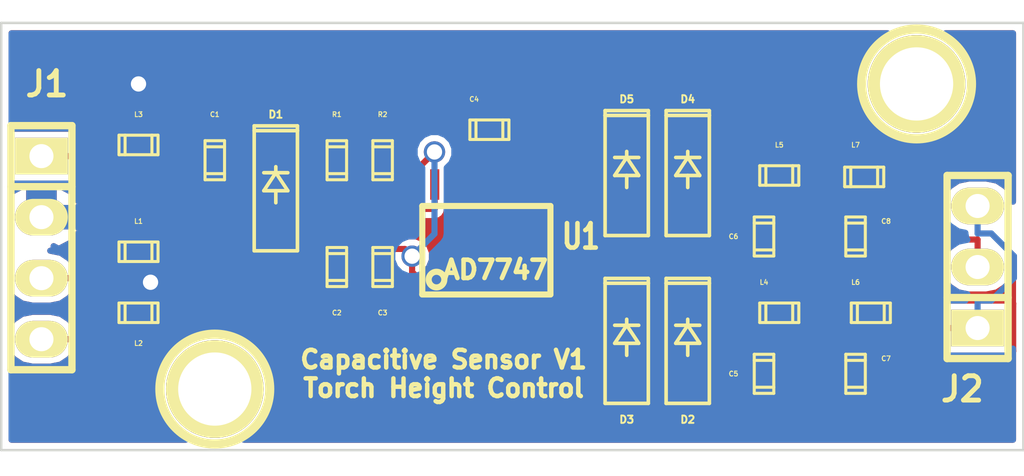
<source format=kicad_pcb>
(kicad_pcb (version 3) (host pcbnew "(2013-mar-13)-testing")

  (general
    (links 48)
    (no_connects 0)
    (area 61.544999 79.883 104.190001 100.584)
    (thickness 1.6)
    (drawings 5)
    (tracks 183)
    (zones 0)
    (modules 27)
    (nets 20)
  )

  (page A4)
  (layers
    (15 F.Cu signal)
    (0 B.Cu signal)
    (16 B.Adhes user)
    (17 F.Adhes user)
    (18 B.Paste user)
    (19 F.Paste user)
    (20 B.SilkS user)
    (21 F.SilkS user)
    (22 B.Mask user)
    (23 F.Mask user)
    (24 Dwgs.User user)
    (25 Cmts.User user)
    (26 Eco1.User user)
    (27 Eco2.User user)
    (28 Edge.Cuts user)
  )

  (setup
    (last_trace_width 0.254)
    (trace_clearance 0.254)
    (zone_clearance 0.254)
    (zone_45_only no)
    (trace_min 0.254)
    (segment_width 0.2)
    (edge_width 0.1)
    (via_size 0.889)
    (via_drill 0.635)
    (via_min_size 0.889)
    (via_min_drill 0.508)
    (uvia_size 0.508)
    (uvia_drill 0.127)
    (uvias_allowed no)
    (uvia_min_size 0.508)
    (uvia_min_drill 0.127)
    (pcb_text_width 0.3)
    (pcb_text_size 1.5 1.5)
    (mod_edge_width 0.15)
    (mod_text_size 1 1)
    (mod_text_width 0.15)
    (pad_size 1.5 1.5)
    (pad_drill 0.6)
    (pad_to_mask_clearance 0)
    (aux_axis_origin 0 0)
    (visible_elements FFFFFF7F)
    (pcbplotparams
      (layerselection 15761409)
      (usegerberextensions true)
      (excludeedgelayer true)
      (linewidth 0.150000)
      (plotframeref false)
      (viasonmask false)
      (mode 1)
      (useauxorigin false)
      (hpglpennumber 1)
      (hpglpenspeed 20)
      (hpglpendiameter 15)
      (hpglpenoverlay 2)
      (psnegative false)
      (psa4output false)
      (plotreference true)
      (plotvalue true)
      (plotothertext true)
      (plotinvisibletext false)
      (padsonsilk false)
      (subtractmaskfromsilk false)
      (outputformat 1)
      (mirror false)
      (drillshape 0)
      (scaleselection 1)
      (outputdirectory /home/paul/kicad2/svg))
  )

  (net 0 "")
  (net 1 /CapSense)
  (net 2 /F_CapSense)
  (net 3 /F_SCL)
  (net 4 /F_SDA)
  (net 5 /F_Shield)
  (net 6 /F_VCC)
  (net 7 /GND)
  (net 8 /SCL)
  (net 9 /SDA)
  (net 10 /Shield)
  (net 11 /VCC)
  (net 12 N-0000012)
  (net 13 N-0000013)
  (net 14 N-0000014)
  (net 15 N-0000015)
  (net 16 N-0000016)
  (net 17 N-0000019)
  (net 18 N-000003)
  (net 19 N-000004)

  (net_class Default "This is the default net class."
    (clearance 0.254)
    (trace_width 0.254)
    (via_dia 0.889)
    (via_drill 0.635)
    (uvia_dia 0.508)
    (uvia_drill 0.127)
    (add_net "")
    (add_net /CapSense)
    (add_net /F_CapSense)
    (add_net /F_SCL)
    (add_net /F_SDA)
    (add_net /F_Shield)
    (add_net /F_VCC)
    (add_net /GND)
    (add_net /SCL)
    (add_net /SDA)
    (add_net /Shield)
    (add_net /VCC)
    (add_net N-0000012)
    (add_net N-0000013)
    (add_net N-0000014)
    (add_net N-0000015)
    (add_net N-0000016)
    (add_net N-0000019)
    (add_net N-000003)
    (add_net N-000004)
  )

  (module c_0603 (layer F.Cu) (tedit 51F967E0) (tstamp 51F8E03A)
    (at 70.485 86.995 90)
    (descr "SMT capacitor, 0603")
    (path /51F7BFAD)
    (fp_text reference C1 (at 1.905 0 180) (layer F.SilkS)
      (effects (font (size 0.20066 0.20066) (thickness 0.04064)))
    )
    (fp_text value 2.2uF (at 0 0.635 90) (layer F.SilkS) hide
      (effects (font (size 0.20066 0.20066) (thickness 0.04064)))
    )
    (fp_line (start 0.5588 0.4064) (end 0.5588 -0.4064) (layer F.SilkS) (width 0.127))
    (fp_line (start -0.5588 -0.381) (end -0.5588 0.4064) (layer F.SilkS) (width 0.127))
    (fp_line (start -0.8128 -0.4064) (end 0.8128 -0.4064) (layer F.SilkS) (width 0.127))
    (fp_line (start 0.8128 -0.4064) (end 0.8128 0.4064) (layer F.SilkS) (width 0.127))
    (fp_line (start 0.8128 0.4064) (end -0.8128 0.4064) (layer F.SilkS) (width 0.127))
    (fp_line (start -0.8128 0.4064) (end -0.8128 -0.4064) (layer F.SilkS) (width 0.127))
    (pad 1 smd rect (at 0.75184 0 90) (size 0.89916 1.00076)
      (layers F.Cu F.Paste F.Mask)
      (net 6 /F_VCC)
    )
    (pad 2 smd rect (at -0.75184 0 90) (size 0.89916 1.00076)
      (layers F.Cu F.Paste F.Mask)
      (net 7 /GND)
    )
    (model smd/capacitors/c_0603.wrl
      (at (xyz 0 0 0))
      (scale (xyz 1 1 1))
      (rotate (xyz 0 0 0))
    )
  )

  (module c_0603 (layer F.Cu) (tedit 51F96847) (tstamp 51F8E046)
    (at 75.565 91.44 90)
    (descr "SMT capacitor, 0603")
    (path /51F7BFBC)
    (fp_text reference C2 (at -1.905 0 180) (layer F.SilkS)
      (effects (font (size 0.20066 0.20066) (thickness 0.04064)))
    )
    (fp_text value 10pf (at 0 0.635 90) (layer F.SilkS) hide
      (effects (font (size 0.20066 0.20066) (thickness 0.04064)))
    )
    (fp_line (start 0.5588 0.4064) (end 0.5588 -0.4064) (layer F.SilkS) (width 0.127))
    (fp_line (start -0.5588 -0.381) (end -0.5588 0.4064) (layer F.SilkS) (width 0.127))
    (fp_line (start -0.8128 -0.4064) (end 0.8128 -0.4064) (layer F.SilkS) (width 0.127))
    (fp_line (start 0.8128 -0.4064) (end 0.8128 0.4064) (layer F.SilkS) (width 0.127))
    (fp_line (start 0.8128 0.4064) (end -0.8128 0.4064) (layer F.SilkS) (width 0.127))
    (fp_line (start -0.8128 0.4064) (end -0.8128 -0.4064) (layer F.SilkS) (width 0.127))
    (pad 1 smd rect (at 0.75184 0 90) (size 0.89916 1.00076)
      (layers F.Cu F.Paste F.Mask)
      (net 4 /F_SDA)
    )
    (pad 2 smd rect (at -0.75184 0 90) (size 0.89916 1.00076)
      (layers F.Cu F.Paste F.Mask)
      (net 7 /GND)
    )
    (model smd/capacitors/c_0603.wrl
      (at (xyz 0 0 0))
      (scale (xyz 1 1 1))
      (rotate (xyz 0 0 0))
    )
  )

  (module c_0603 (layer F.Cu) (tedit 51F96851) (tstamp 51F8E052)
    (at 77.47 91.44 90)
    (descr "SMT capacitor, 0603")
    (path /51F7BFCB)
    (fp_text reference C3 (at -1.905 0 180) (layer F.SilkS)
      (effects (font (size 0.20066 0.20066) (thickness 0.04064)))
    )
    (fp_text value 10pf (at 0 0.635 90) (layer F.SilkS) hide
      (effects (font (size 0.20066 0.20066) (thickness 0.04064)))
    )
    (fp_line (start 0.5588 0.4064) (end 0.5588 -0.4064) (layer F.SilkS) (width 0.127))
    (fp_line (start -0.5588 -0.381) (end -0.5588 0.4064) (layer F.SilkS) (width 0.127))
    (fp_line (start -0.8128 -0.4064) (end 0.8128 -0.4064) (layer F.SilkS) (width 0.127))
    (fp_line (start 0.8128 -0.4064) (end 0.8128 0.4064) (layer F.SilkS) (width 0.127))
    (fp_line (start 0.8128 0.4064) (end -0.8128 0.4064) (layer F.SilkS) (width 0.127))
    (fp_line (start -0.8128 0.4064) (end -0.8128 -0.4064) (layer F.SilkS) (width 0.127))
    (pad 1 smd rect (at 0.75184 0 90) (size 0.89916 1.00076)
      (layers F.Cu F.Paste F.Mask)
      (net 3 /F_SCL)
    )
    (pad 2 smd rect (at -0.75184 0 90) (size 0.89916 1.00076)
      (layers F.Cu F.Paste F.Mask)
      (net 7 /GND)
    )
    (model smd/capacitors/c_0603.wrl
      (at (xyz 0 0 0))
      (scale (xyz 1 1 1))
      (rotate (xyz 0 0 0))
    )
  )

  (module c_0603 (layer F.Cu) (tedit 51F96816) (tstamp 51F8E05E)
    (at 81.915 85.725 180)
    (descr "SMT capacitor, 0603")
    (path /51F7C916)
    (fp_text reference C4 (at 0.635 1.27 180) (layer F.SilkS)
      (effects (font (size 0.20066 0.20066) (thickness 0.04064)))
    )
    (fp_text value 2.2uf (at 0 0.635 180) (layer F.SilkS) hide
      (effects (font (size 0.20066 0.20066) (thickness 0.04064)))
    )
    (fp_line (start 0.5588 0.4064) (end 0.5588 -0.4064) (layer F.SilkS) (width 0.127))
    (fp_line (start -0.5588 -0.381) (end -0.5588 0.4064) (layer F.SilkS) (width 0.127))
    (fp_line (start -0.8128 -0.4064) (end 0.8128 -0.4064) (layer F.SilkS) (width 0.127))
    (fp_line (start 0.8128 -0.4064) (end 0.8128 0.4064) (layer F.SilkS) (width 0.127))
    (fp_line (start 0.8128 0.4064) (end -0.8128 0.4064) (layer F.SilkS) (width 0.127))
    (fp_line (start -0.8128 0.4064) (end -0.8128 -0.4064) (layer F.SilkS) (width 0.127))
    (pad 1 smd rect (at 0.75184 0 180) (size 0.89916 1.00076)
      (layers F.Cu F.Paste F.Mask)
      (net 6 /F_VCC)
    )
    (pad 2 smd rect (at -0.75184 0 180) (size 0.89916 1.00076)
      (layers F.Cu F.Paste F.Mask)
      (net 7 /GND)
    )
    (model smd/capacitors/c_0603.wrl
      (at (xyz 0 0 0))
      (scale (xyz 1 1 1))
      (rotate (xyz 0 0 0))
    )
  )

  (module c_0603 (layer F.Cu) (tedit 51F968BA) (tstamp 51F8E06A)
    (at 93.345 95.885 90)
    (descr "SMT capacitor, 0603")
    (path /51F7D6F7)
    (fp_text reference C5 (at 0 -1.27 180) (layer F.SilkS)
      (effects (font (size 0.20066 0.20066) (thickness 0.04064)))
    )
    (fp_text value 0.5pF (at 0 0.635 90) (layer F.SilkS) hide
      (effects (font (size 0.20066 0.20066) (thickness 0.04064)))
    )
    (fp_line (start 0.5588 0.4064) (end 0.5588 -0.4064) (layer F.SilkS) (width 0.127))
    (fp_line (start -0.5588 -0.381) (end -0.5588 0.4064) (layer F.SilkS) (width 0.127))
    (fp_line (start -0.8128 -0.4064) (end 0.8128 -0.4064) (layer F.SilkS) (width 0.127))
    (fp_line (start 0.8128 -0.4064) (end 0.8128 0.4064) (layer F.SilkS) (width 0.127))
    (fp_line (start 0.8128 0.4064) (end -0.8128 0.4064) (layer F.SilkS) (width 0.127))
    (fp_line (start -0.8128 0.4064) (end -0.8128 -0.4064) (layer F.SilkS) (width 0.127))
    (pad 1 smd rect (at 0.75184 0 90) (size 0.89916 1.00076)
      (layers F.Cu F.Paste F.Mask)
      (net 5 /F_Shield)
    )
    (pad 2 smd rect (at -0.75184 0 90) (size 0.89916 1.00076)
      (layers F.Cu F.Paste F.Mask)
      (net 7 /GND)
    )
    (model smd/capacitors/c_0603.wrl
      (at (xyz 0 0 0))
      (scale (xyz 1 1 1))
      (rotate (xyz 0 0 0))
    )
  )

  (module c_0603 (layer F.Cu) (tedit 51F96891) (tstamp 51F8E076)
    (at 93.345 90.17 90)
    (descr "SMT capacitor, 0603")
    (path /51F7C639)
    (fp_text reference C6 (at 0 -1.27 180) (layer F.SilkS)
      (effects (font (size 0.20066 0.20066) (thickness 0.04064)))
    )
    (fp_text value 0.5pF (at 0 0.635 90) (layer F.SilkS) hide
      (effects (font (size 0.20066 0.20066) (thickness 0.04064)))
    )
    (fp_line (start 0.5588 0.4064) (end 0.5588 -0.4064) (layer F.SilkS) (width 0.127))
    (fp_line (start -0.5588 -0.381) (end -0.5588 0.4064) (layer F.SilkS) (width 0.127))
    (fp_line (start -0.8128 -0.4064) (end 0.8128 -0.4064) (layer F.SilkS) (width 0.127))
    (fp_line (start 0.8128 -0.4064) (end 0.8128 0.4064) (layer F.SilkS) (width 0.127))
    (fp_line (start 0.8128 0.4064) (end -0.8128 0.4064) (layer F.SilkS) (width 0.127))
    (fp_line (start -0.8128 0.4064) (end -0.8128 -0.4064) (layer F.SilkS) (width 0.127))
    (pad 1 smd rect (at 0.75184 0 90) (size 0.89916 1.00076)
      (layers F.Cu F.Paste F.Mask)
      (net 2 /F_CapSense)
    )
    (pad 2 smd rect (at -0.75184 0 90) (size 0.89916 1.00076)
      (layers F.Cu F.Paste F.Mask)
      (net 7 /GND)
    )
    (model smd/capacitors/c_0603.wrl
      (at (xyz 0 0 0))
      (scale (xyz 1 1 1))
      (rotate (xyz 0 0 0))
    )
  )

  (module c_0603 (layer F.Cu) (tedit 51F968BF) (tstamp 51F8E082)
    (at 97.155 95.885 90)
    (descr "SMT capacitor, 0603")
    (path /51F7D6EE)
    (fp_text reference C7 (at 0.635 1.27 180) (layer F.SilkS)
      (effects (font (size 0.20066 0.20066) (thickness 0.04064)))
    )
    (fp_text value 0.5pf (at 0 0.635 90) (layer F.SilkS) hide
      (effects (font (size 0.20066 0.20066) (thickness 0.04064)))
    )
    (fp_line (start 0.5588 0.4064) (end 0.5588 -0.4064) (layer F.SilkS) (width 0.127))
    (fp_line (start -0.5588 -0.381) (end -0.5588 0.4064) (layer F.SilkS) (width 0.127))
    (fp_line (start -0.8128 -0.4064) (end 0.8128 -0.4064) (layer F.SilkS) (width 0.127))
    (fp_line (start 0.8128 -0.4064) (end 0.8128 0.4064) (layer F.SilkS) (width 0.127))
    (fp_line (start 0.8128 0.4064) (end -0.8128 0.4064) (layer F.SilkS) (width 0.127))
    (fp_line (start -0.8128 0.4064) (end -0.8128 -0.4064) (layer F.SilkS) (width 0.127))
    (pad 1 smd rect (at 0.75184 0 90) (size 0.89916 1.00076)
      (layers F.Cu F.Paste F.Mask)
      (net 19 N-000004)
    )
    (pad 2 smd rect (at -0.75184 0 90) (size 0.89916 1.00076)
      (layers F.Cu F.Paste F.Mask)
      (net 7 /GND)
    )
    (model smd/capacitors/c_0603.wrl
      (at (xyz 0 0 0))
      (scale (xyz 1 1 1))
      (rotate (xyz 0 0 0))
    )
  )

  (module c_0603 (layer F.Cu) (tedit 51F9688A) (tstamp 51F8E08E)
    (at 97.155 90.17 90)
    (descr "SMT capacitor, 0603")
    (path /51F7C62A)
    (fp_text reference C8 (at 0.635 1.27 180) (layer F.SilkS)
      (effects (font (size 0.20066 0.20066) (thickness 0.04064)))
    )
    (fp_text value 0.5pf (at 0 0.635 90) (layer F.SilkS) hide
      (effects (font (size 0.20066 0.20066) (thickness 0.04064)))
    )
    (fp_line (start 0.5588 0.4064) (end 0.5588 -0.4064) (layer F.SilkS) (width 0.127))
    (fp_line (start -0.5588 -0.381) (end -0.5588 0.4064) (layer F.SilkS) (width 0.127))
    (fp_line (start -0.8128 -0.4064) (end 0.8128 -0.4064) (layer F.SilkS) (width 0.127))
    (fp_line (start 0.8128 -0.4064) (end 0.8128 0.4064) (layer F.SilkS) (width 0.127))
    (fp_line (start 0.8128 0.4064) (end -0.8128 0.4064) (layer F.SilkS) (width 0.127))
    (fp_line (start -0.8128 0.4064) (end -0.8128 -0.4064) (layer F.SilkS) (width 0.127))
    (pad 1 smd rect (at 0.75184 0 90) (size 0.89916 1.00076)
      (layers F.Cu F.Paste F.Mask)
      (net 18 N-000003)
    )
    (pad 2 smd rect (at -0.75184 0 90) (size 0.89916 1.00076)
      (layers F.Cu F.Paste F.Mask)
      (net 7 /GND)
    )
    (model smd/capacitors/c_0603.wrl
      (at (xyz 0 0 0))
      (scale (xyz 1 1 1))
      (rotate (xyz 0 0 0))
    )
  )

  (module TSSOP16 (layer F.Cu) (tedit 51F9681E) (tstamp 51F8E0A7)
    (at 81.915 90.805)
    (path /51F7C570)
    (attr smd)
    (fp_text reference U1 (at 3.81 -0.635) (layer F.SilkS)
      (effects (font (size 1.016 0.762) (thickness 0.1905)))
    )
    (fp_text value AD7747 (at 0.24892 0.7493) (layer F.SilkS)
      (effects (font (size 0.762 0.762) (thickness 0.1905)))
    )
    (fp_line (start -2.794 -1.905) (end 2.54 -1.905) (layer F.SilkS) (width 0.254))
    (fp_line (start 2.54 -1.905) (end 2.54 1.778) (layer F.SilkS) (width 0.254))
    (fp_line (start 2.54 1.778) (end -2.794 1.778) (layer F.SilkS) (width 0.254))
    (fp_line (start -2.794 1.778) (end -2.794 -1.905) (layer F.SilkS) (width 0.254))
    (fp_circle (center -2.20218 1.15824) (end -2.40538 1.41224) (layer F.SilkS) (width 0.254))
    (pad 1 smd rect (at -2.27584 2.79908) (size 0.381 1.27)
      (layers F.Cu F.Paste F.Mask)
      (net 3 /F_SCL)
    )
    (pad 2 smd rect (at -1.6256 2.79908) (size 0.381 1.27)
      (layers F.Cu F.Paste F.Mask)
      (net 17 N-0000019)
    )
    (pad 3 smd rect (at -0.97536 2.79908) (size 0.381 1.27)
      (layers F.Cu F.Paste F.Mask)
      (net 5 /F_Shield)
    )
    (pad 4 smd rect (at -0.32512 2.79908) (size 0.381 1.27)
      (layers F.Cu F.Paste F.Mask)
      (net 16 N-0000016)
    )
    (pad 5 smd rect (at 0.32512 2.79908) (size 0.381 1.27)
      (layers F.Cu F.Paste F.Mask)
      (net 7 /GND)
    )
    (pad 6 smd rect (at 0.97536 2.79908) (size 0.381 1.27)
      (layers F.Cu F.Paste F.Mask)
      (net 7 /GND)
    )
    (pad 7 smd rect (at 1.6256 2.79908) (size 0.381 1.27)
      (layers F.Cu F.Paste F.Mask)
      (net 12 N-0000012)
    )
    (pad 8 smd rect (at 2.27584 2.79908) (size 0.381 1.27)
      (layers F.Cu F.Paste F.Mask)
      (net 2 /F_CapSense)
    )
    (pad 9 smd rect (at 2.27584 -2.79908) (size 0.381 1.27)
      (layers F.Cu F.Paste F.Mask)
      (net 13 N-0000013)
    )
    (pad 10 smd rect (at 1.6256 -2.79908) (size 0.381 1.27)
      (layers F.Cu F.Paste F.Mask)
      (net 14 N-0000014)
    )
    (pad 11 smd rect (at 0.97536 -2.79908) (size 0.381 1.27)
      (layers F.Cu F.Paste F.Mask)
      (net 7 /GND)
    )
    (pad 12 smd rect (at 0.32512 -2.79908) (size 0.381 1.27)
      (layers F.Cu F.Paste F.Mask)
      (net 7 /GND)
    )
    (pad 13 smd rect (at -0.32512 -2.79908) (size 0.381 1.27)
      (layers F.Cu F.Paste F.Mask)
      (net 7 /GND)
    )
    (pad 14 smd rect (at -0.97536 -2.79908) (size 0.381 1.27)
      (layers F.Cu F.Paste F.Mask)
      (net 6 /F_VCC)
    )
    (pad 15 smd rect (at -1.6256 -2.79908) (size 0.381 1.27)
      (layers F.Cu F.Paste F.Mask)
      (net 15 N-0000015)
    )
    (pad 16 smd rect (at -2.27584 -2.79908) (size 0.381 1.27)
      (layers F.Cu F.Paste F.Mask)
      (net 4 /F_SDA)
    )
    (model smd\smd_dil\tssop-16.wrl
      (at (xyz 0 0 0))
      (scale (xyz 1 1 1))
      (rotate (xyz 0 0 0))
    )
  )

  (module SOD123 (layer F.Cu) (tedit 51F967F1) (tstamp 51F8E3AF)
    (at 73.025 88.265 90)
    (tags DIODE)
    (path /51F820A1)
    (attr smd)
    (fp_text reference D1 (at 3.175 0 180) (layer F.SilkS)
      (effects (font (size 0.3048 0.3048) (thickness 0.0762)))
    )
    (fp_text value 6V (at 0 -0.635 90) (layer F.SilkS) hide
      (effects (font (size 0.3048 0.3048) (thickness 0.0762)))
    )
    (fp_line (start 2.5 -0.9) (end -2.5 -0.9) (layer F.SilkS) (width 0.15))
    (fp_line (start -2.5 -0.9) (end -2.5 0.9) (layer F.SilkS) (width 0.15))
    (fp_line (start -2.5 0.9) (end 2.5 0.9) (layer F.SilkS) (width 0.15))
    (fp_line (start 2.5 0.9) (end 2.5 -0.9) (layer F.SilkS) (width 0.15))
    (fp_line (start 2.5 -0.9) (end 2.7 -0.9) (layer F.SilkS) (width 0.15))
    (fp_line (start 2.7 -0.9) (end 2.7 0.9) (layer F.SilkS) (width 0.15))
    (fp_line (start 2.7 0.9) (end 2.5 0.9) (layer F.SilkS) (width 0.15))
    (fp_line (start 0.75 0) (end 1 0) (layer F.SilkS) (width 0.15))
    (fp_line (start 0 0) (end -0.5 0) (layer F.SilkS) (width 0.15))
    (fp_line (start 0.75 0) (end 0 0.5) (layer F.SilkS) (width 0.15))
    (fp_line (start 0 0.5) (end 0 -0.5) (layer F.SilkS) (width 0.15))
    (fp_line (start 0 -0.5) (end 0.75 0) (layer F.SilkS) (width 0.15))
    (fp_line (start 0.75 -0.5) (end 0.75 0.5) (layer F.SilkS) (width 0.15))
    (pad 1 smd rect (at -1.85 0 90) (size 0.7 1.2)
      (layers F.Cu F.Paste F.Mask)
      (net 7 /GND)
    )
    (pad 2 smd rect (at 1.85 0 90) (size 0.7 1.2)
      (layers F.Cu F.Paste F.Mask)
      (net 6 /F_VCC)
    )
    (model smd\chip_cms.wrl
      (at (xyz 0 0 0.002))
      (scale (xyz 0.05 0.05 0.05))
      (rotate (xyz 0 0 0))
    )
  )

  (module SOD123 (layer F.Cu) (tedit 51F968C5) (tstamp 51F8E3C2)
    (at 90.17 94.615 90)
    (tags DIODE)
    (path /51F81A21)
    (attr smd)
    (fp_text reference D2 (at -3.175 0 180) (layer F.SilkS)
      (effects (font (size 0.3048 0.3048) (thickness 0.0762)))
    )
    (fp_text value 70V (at 0 -0.635 90) (layer F.SilkS) hide
      (effects (font (size 0.3048 0.3048) (thickness 0.0762)))
    )
    (fp_line (start 2.5 -0.9) (end -2.5 -0.9) (layer F.SilkS) (width 0.15))
    (fp_line (start -2.5 -0.9) (end -2.5 0.9) (layer F.SilkS) (width 0.15))
    (fp_line (start -2.5 0.9) (end 2.5 0.9) (layer F.SilkS) (width 0.15))
    (fp_line (start 2.5 0.9) (end 2.5 -0.9) (layer F.SilkS) (width 0.15))
    (fp_line (start 2.5 -0.9) (end 2.7 -0.9) (layer F.SilkS) (width 0.15))
    (fp_line (start 2.7 -0.9) (end 2.7 0.9) (layer F.SilkS) (width 0.15))
    (fp_line (start 2.7 0.9) (end 2.5 0.9) (layer F.SilkS) (width 0.15))
    (fp_line (start 0.75 0) (end 1 0) (layer F.SilkS) (width 0.15))
    (fp_line (start 0 0) (end -0.5 0) (layer F.SilkS) (width 0.15))
    (fp_line (start 0.75 0) (end 0 0.5) (layer F.SilkS) (width 0.15))
    (fp_line (start 0 0.5) (end 0 -0.5) (layer F.SilkS) (width 0.15))
    (fp_line (start 0 -0.5) (end 0.75 0) (layer F.SilkS) (width 0.15))
    (fp_line (start 0.75 -0.5) (end 0.75 0.5) (layer F.SilkS) (width 0.15))
    (pad 1 smd rect (at -1.85 0 90) (size 0.7 1.2)
      (layers F.Cu F.Paste F.Mask)
      (net 7 /GND)
    )
    (pad 2 smd rect (at 1.85 0 90) (size 0.7 1.2)
      (layers F.Cu F.Paste F.Mask)
      (net 5 /F_Shield)
    )
    (model smd\chip_cms.wrl
      (at (xyz 0 0 0.002))
      (scale (xyz 0.05 0.05 0.05))
      (rotate (xyz 0 0 0))
    )
  )

  (module SOD123 (layer F.Cu) (tedit 51F968CC) (tstamp 51F8E3D5)
    (at 87.63 94.615 90)
    (tags DIODE)
    (path /51F81A53)
    (attr smd)
    (fp_text reference D3 (at -3.175 0 180) (layer F.SilkS)
      (effects (font (size 0.3048 0.3048) (thickness 0.0762)))
    )
    (fp_text value 70V (at 0 -0.635 90) (layer F.SilkS) hide
      (effects (font (size 0.3048 0.3048) (thickness 0.0762)))
    )
    (fp_line (start 2.5 -0.9) (end -2.5 -0.9) (layer F.SilkS) (width 0.15))
    (fp_line (start -2.5 -0.9) (end -2.5 0.9) (layer F.SilkS) (width 0.15))
    (fp_line (start -2.5 0.9) (end 2.5 0.9) (layer F.SilkS) (width 0.15))
    (fp_line (start 2.5 0.9) (end 2.5 -0.9) (layer F.SilkS) (width 0.15))
    (fp_line (start 2.5 -0.9) (end 2.7 -0.9) (layer F.SilkS) (width 0.15))
    (fp_line (start 2.7 -0.9) (end 2.7 0.9) (layer F.SilkS) (width 0.15))
    (fp_line (start 2.7 0.9) (end 2.5 0.9) (layer F.SilkS) (width 0.15))
    (fp_line (start 0.75 0) (end 1 0) (layer F.SilkS) (width 0.15))
    (fp_line (start 0 0) (end -0.5 0) (layer F.SilkS) (width 0.15))
    (fp_line (start 0.75 0) (end 0 0.5) (layer F.SilkS) (width 0.15))
    (fp_line (start 0 0.5) (end 0 -0.5) (layer F.SilkS) (width 0.15))
    (fp_line (start 0 -0.5) (end 0.75 0) (layer F.SilkS) (width 0.15))
    (fp_line (start 0.75 -0.5) (end 0.75 0.5) (layer F.SilkS) (width 0.15))
    (pad 1 smd rect (at -1.85 0 90) (size 0.7 1.2)
      (layers F.Cu F.Paste F.Mask)
      (net 7 /GND)
    )
    (pad 2 smd rect (at 1.85 0 90) (size 0.7 1.2)
      (layers F.Cu F.Paste F.Mask)
      (net 2 /F_CapSense)
    )
    (model smd\chip_cms.wrl
      (at (xyz 0 0 0.002))
      (scale (xyz 0.05 0.05 0.05))
      (rotate (xyz 0 0 0))
    )
  )

  (module SOD123 (layer F.Cu) (tedit 51F96865) (tstamp 51F8E3E8)
    (at 90.17 87.63 90)
    (tags DIODE)
    (path /51F819F4)
    (attr smd)
    (fp_text reference D4 (at 3.175 0 180) (layer F.SilkS)
      (effects (font (size 0.3048 0.3048) (thickness 0.0762)))
    )
    (fp_text value 70V (at 0 -0.635 90) (layer F.SilkS) hide
      (effects (font (size 0.3048 0.3048) (thickness 0.0762)))
    )
    (fp_line (start 2.5 -0.9) (end -2.5 -0.9) (layer F.SilkS) (width 0.15))
    (fp_line (start -2.5 -0.9) (end -2.5 0.9) (layer F.SilkS) (width 0.15))
    (fp_line (start -2.5 0.9) (end 2.5 0.9) (layer F.SilkS) (width 0.15))
    (fp_line (start 2.5 0.9) (end 2.5 -0.9) (layer F.SilkS) (width 0.15))
    (fp_line (start 2.5 -0.9) (end 2.7 -0.9) (layer F.SilkS) (width 0.15))
    (fp_line (start 2.7 -0.9) (end 2.7 0.9) (layer F.SilkS) (width 0.15))
    (fp_line (start 2.7 0.9) (end 2.5 0.9) (layer F.SilkS) (width 0.15))
    (fp_line (start 0.75 0) (end 1 0) (layer F.SilkS) (width 0.15))
    (fp_line (start 0 0) (end -0.5 0) (layer F.SilkS) (width 0.15))
    (fp_line (start 0.75 0) (end 0 0.5) (layer F.SilkS) (width 0.15))
    (fp_line (start 0 0.5) (end 0 -0.5) (layer F.SilkS) (width 0.15))
    (fp_line (start 0 -0.5) (end 0.75 0) (layer F.SilkS) (width 0.15))
    (fp_line (start 0.75 -0.5) (end 0.75 0.5) (layer F.SilkS) (width 0.15))
    (pad 1 smd rect (at -1.85 0 90) (size 0.7 1.2)
      (layers F.Cu F.Paste F.Mask)
      (net 5 /F_Shield)
    )
    (pad 2 smd rect (at 1.85 0 90) (size 0.7 1.2)
      (layers F.Cu F.Paste F.Mask)
      (net 6 /F_VCC)
    )
    (model smd\chip_cms.wrl
      (at (xyz 0 0 0.002))
      (scale (xyz 0.05 0.05 0.05))
      (rotate (xyz 0 0 0))
    )
  )

  (module SOD123 (layer F.Cu) (tedit 51F9685E) (tstamp 51F8E3FB)
    (at 87.63 87.63 90)
    (tags DIODE)
    (path /51F81A03)
    (attr smd)
    (fp_text reference D5 (at 3.175 0 180) (layer F.SilkS)
      (effects (font (size 0.3048 0.3048) (thickness 0.0762)))
    )
    (fp_text value 70V (at 0 -0.635 90) (layer F.SilkS) hide
      (effects (font (size 0.3048 0.3048) (thickness 0.0762)))
    )
    (fp_line (start 2.5 -0.9) (end -2.5 -0.9) (layer F.SilkS) (width 0.15))
    (fp_line (start -2.5 -0.9) (end -2.5 0.9) (layer F.SilkS) (width 0.15))
    (fp_line (start -2.5 0.9) (end 2.5 0.9) (layer F.SilkS) (width 0.15))
    (fp_line (start 2.5 0.9) (end 2.5 -0.9) (layer F.SilkS) (width 0.15))
    (fp_line (start 2.5 -0.9) (end 2.7 -0.9) (layer F.SilkS) (width 0.15))
    (fp_line (start 2.7 -0.9) (end 2.7 0.9) (layer F.SilkS) (width 0.15))
    (fp_line (start 2.7 0.9) (end 2.5 0.9) (layer F.SilkS) (width 0.15))
    (fp_line (start 0.75 0) (end 1 0) (layer F.SilkS) (width 0.15))
    (fp_line (start 0 0) (end -0.5 0) (layer F.SilkS) (width 0.15))
    (fp_line (start 0.75 0) (end 0 0.5) (layer F.SilkS) (width 0.15))
    (fp_line (start 0 0.5) (end 0 -0.5) (layer F.SilkS) (width 0.15))
    (fp_line (start 0 -0.5) (end 0.75 0) (layer F.SilkS) (width 0.15))
    (fp_line (start 0.75 -0.5) (end 0.75 0.5) (layer F.SilkS) (width 0.15))
    (pad 1 smd rect (at -1.85 0 90) (size 0.7 1.2)
      (layers F.Cu F.Paste F.Mask)
      (net 2 /F_CapSense)
    )
    (pad 2 smd rect (at 1.85 0 90) (size 0.7 1.2)
      (layers F.Cu F.Paste F.Mask)
      (net 6 /F_VCC)
    )
    (model smd\chip_cms.wrl
      (at (xyz 0 0 0.002))
      (scale (xyz 0.05 0.05 0.05))
      (rotate (xyz 0 0 0))
    )
  )

  (module pin_strip_4 (layer F.Cu) (tedit 51F967CD) (tstamp 51F8E408)
    (at 63.27 90.635 270)
    (descr "Pin strip 4pin")
    (tags "CONN DEV")
    (path /51F7BEDD)
    (fp_text reference J1 (at -6.815 -0.23 360) (layer F.SilkS)
      (effects (font (size 1.016 1.016) (thickness 0.2032)))
    )
    (fp_text value HEADER_4 (at 0.254 -3.556 270) (layer F.SilkS) hide
      (effects (font (size 1.016 0.889) (thickness 0.2032)))
    )
    (fp_line (start -2.54 -1.27) (end -2.54 1.27) (layer F.SilkS) (width 0.3048))
    (fp_line (start 5.08 1.27) (end -5.08 1.27) (layer F.SilkS) (width 0.3048))
    (fp_line (start -5.08 -1.27) (end 5.08 -1.27) (layer F.SilkS) (width 0.3048))
    (fp_line (start -5.08 1.27) (end -5.08 -1.27) (layer F.SilkS) (width 0.3048))
    (fp_line (start 5.08 -1.27) (end 5.08 1.27) (layer F.SilkS) (width 0.3048))
    (pad 1 thru_hole rect (at -3.81 0 270) (size 1.524 2.19964) (drill 1.00076)
      (layers *.Cu *.Mask F.SilkS)
      (net 11 /VCC)
    )
    (pad 2 thru_hole oval (at -1.27 0 270) (size 1.524 2.19964) (drill 1.00076)
      (layers *.Cu *.Mask F.SilkS)
      (net 7 /GND)
    )
    (pad 3 thru_hole oval (at 1.27 0 270) (size 1.524 2.19964) (drill 1.00076)
      (layers *.Cu *.Mask F.SilkS)
      (net 9 /SDA)
    )
    (pad 4 thru_hole oval (at 3.81 0 270) (size 1.524 2.19964) (drill 1.00076)
      (layers *.Cu *.Mask F.SilkS)
      (net 8 /SCL)
    )
    (model walter/pin_strip/pin_strip_4.wrl
      (at (xyz 0 0 0))
      (scale (xyz 1 1 1))
      (rotate (xyz 0 0 0))
    )
  )

  (module pin_strip_3 (layer F.Cu) (tedit 51F9689C) (tstamp 51F8E414)
    (at 102.235 91.44 90)
    (descr "Pin strip 3pin")
    (tags "CONN DEV")
    (path /51F7DC66)
    (fp_text reference J2 (at -5.08 -0.635 180) (layer F.SilkS)
      (effects (font (size 1.016 1.016) (thickness 0.2032)))
    )
    (fp_text value HEADER_3 (at 0.254 -3.556 90) (layer F.SilkS) hide
      (effects (font (size 1.016 0.889) (thickness 0.2032)))
    )
    (fp_line (start -1.27 1.27) (end -1.27 -1.27) (layer F.SilkS) (width 0.3048))
    (fp_line (start -3.81 -1.27) (end 3.81 -1.27) (layer F.SilkS) (width 0.3048))
    (fp_line (start 3.81 -1.27) (end 3.81 1.27) (layer F.SilkS) (width 0.3048))
    (fp_line (start 3.81 1.27) (end -3.81 1.27) (layer F.SilkS) (width 0.3048))
    (fp_line (start -3.81 1.27) (end -3.81 -1.27) (layer F.SilkS) (width 0.3048))
    (pad 1 thru_hole rect (at -2.54 0 90) (size 1.524 2.19964) (drill 1.00076)
      (layers *.Cu *.Mask F.SilkS)
      (net 10 /Shield)
    )
    (pad 2 thru_hole oval (at 0 0 90) (size 1.524 2.19964) (drill 1.00076)
      (layers *.Cu *.Mask F.SilkS)
      (net 1 /CapSense)
    )
    (pad 3 thru_hole oval (at 2.54 0 90) (size 1.524 2.19964) (drill 1.00076)
      (layers *.Cu *.Mask F.SilkS)
      (net 10 /Shield)
    )
    (model walter/pin_strip/pin_strip_3.wrl
      (at (xyz 0 0 0))
      (scale (xyz 1 1 1))
      (rotate (xyz 0 0 0))
    )
  )

  (module r_0603 (layer F.Cu) (tedit 51F96835) (tstamp 51F8E420)
    (at 67.31 90.805 180)
    (descr "SMT resistor, 0603")
    (path /51F7BF7B)
    (fp_text reference L1 (at 0 1.27 180) (layer F.SilkS)
      (effects (font (size 0.20066 0.20066) (thickness 0.04064)))
    )
    (fp_text value "1k Z" (at 0 0.6096 180) (layer F.SilkS) hide
      (effects (font (size 0.20066 0.20066) (thickness 0.04064)))
    )
    (fp_line (start 0.5588 0.4064) (end 0.5588 -0.4064) (layer F.SilkS) (width 0.127))
    (fp_line (start -0.5588 -0.381) (end -0.5588 0.4064) (layer F.SilkS) (width 0.127))
    (fp_line (start -0.8128 -0.4064) (end 0.8128 -0.4064) (layer F.SilkS) (width 0.127))
    (fp_line (start 0.8128 -0.4064) (end 0.8128 0.4064) (layer F.SilkS) (width 0.127))
    (fp_line (start 0.8128 0.4064) (end -0.8128 0.4064) (layer F.SilkS) (width 0.127))
    (fp_line (start -0.8128 0.4064) (end -0.8128 -0.4064) (layer F.SilkS) (width 0.127))
    (pad 1 smd rect (at 0.75184 0 180) (size 0.89916 1.00076)
      (layers F.Cu F.Paste F.Mask)
      (net 9 /SDA)
    )
    (pad 2 smd rect (at -0.75184 0 180) (size 0.89916 1.00076)
      (layers F.Cu F.Paste F.Mask)
      (net 4 /F_SDA)
    )
    (model walter/smd_resistors/r_0603.wrl
      (at (xyz 0 0 0))
      (scale (xyz 1 1 1))
      (rotate (xyz 0 0 0))
    )
  )

  (module r_0603 (layer F.Cu) (tedit 51F9683B) (tstamp 51F8E42C)
    (at 67.31 93.345 180)
    (descr "SMT resistor, 0603")
    (path /51F7BF8F)
    (fp_text reference L2 (at 0 -1.27 180) (layer F.SilkS)
      (effects (font (size 0.20066 0.20066) (thickness 0.04064)))
    )
    (fp_text value "1k Z" (at 0 0.6096 180) (layer F.SilkS) hide
      (effects (font (size 0.20066 0.20066) (thickness 0.04064)))
    )
    (fp_line (start 0.5588 0.4064) (end 0.5588 -0.4064) (layer F.SilkS) (width 0.127))
    (fp_line (start -0.5588 -0.381) (end -0.5588 0.4064) (layer F.SilkS) (width 0.127))
    (fp_line (start -0.8128 -0.4064) (end 0.8128 -0.4064) (layer F.SilkS) (width 0.127))
    (fp_line (start 0.8128 -0.4064) (end 0.8128 0.4064) (layer F.SilkS) (width 0.127))
    (fp_line (start 0.8128 0.4064) (end -0.8128 0.4064) (layer F.SilkS) (width 0.127))
    (fp_line (start -0.8128 0.4064) (end -0.8128 -0.4064) (layer F.SilkS) (width 0.127))
    (pad 1 smd rect (at 0.75184 0 180) (size 0.89916 1.00076)
      (layers F.Cu F.Paste F.Mask)
      (net 8 /SCL)
    )
    (pad 2 smd rect (at -0.75184 0 180) (size 0.89916 1.00076)
      (layers F.Cu F.Paste F.Mask)
      (net 3 /F_SCL)
    )
    (model walter/smd_resistors/r_0603.wrl
      (at (xyz 0 0 0))
      (scale (xyz 1 1 1))
      (rotate (xyz 0 0 0))
    )
  )

  (module r_0603 (layer F.Cu) (tedit 51F967E8) (tstamp 51F8E438)
    (at 67.31 86.36 180)
    (descr "SMT resistor, 0603")
    (path /51F7BF6C)
    (fp_text reference L3 (at 0 1.27 180) (layer F.SilkS)
      (effects (font (size 0.20066 0.20066) (thickness 0.04064)))
    )
    (fp_text value "1k Z" (at 0 0.6096 180) (layer F.SilkS) hide
      (effects (font (size 0.20066 0.20066) (thickness 0.04064)))
    )
    (fp_line (start 0.5588 0.4064) (end 0.5588 -0.4064) (layer F.SilkS) (width 0.127))
    (fp_line (start -0.5588 -0.381) (end -0.5588 0.4064) (layer F.SilkS) (width 0.127))
    (fp_line (start -0.8128 -0.4064) (end 0.8128 -0.4064) (layer F.SilkS) (width 0.127))
    (fp_line (start 0.8128 -0.4064) (end 0.8128 0.4064) (layer F.SilkS) (width 0.127))
    (fp_line (start 0.8128 0.4064) (end -0.8128 0.4064) (layer F.SilkS) (width 0.127))
    (fp_line (start -0.8128 0.4064) (end -0.8128 -0.4064) (layer F.SilkS) (width 0.127))
    (pad 1 smd rect (at 0.75184 0 180) (size 0.89916 1.00076)
      (layers F.Cu F.Paste F.Mask)
      (net 11 /VCC)
    )
    (pad 2 smd rect (at -0.75184 0 180) (size 0.89916 1.00076)
      (layers F.Cu F.Paste F.Mask)
      (net 6 /F_VCC)
    )
    (model walter/smd_resistors/r_0603.wrl
      (at (xyz 0 0 0))
      (scale (xyz 1 1 1))
      (rotate (xyz 0 0 0))
    )
  )

  (module r_0603 (layer F.Cu) (tedit 51F968A7) (tstamp 51F8E444)
    (at 93.98 93.345 180)
    (descr "SMT resistor, 0603")
    (path /51F7D6E5)
    (fp_text reference L4 (at 0.635 1.27 180) (layer F.SilkS)
      (effects (font (size 0.20066 0.20066) (thickness 0.04064)))
    )
    (fp_text value "1k Z" (at 0 0.6096 180) (layer F.SilkS) hide
      (effects (font (size 0.20066 0.20066) (thickness 0.04064)))
    )
    (fp_line (start 0.5588 0.4064) (end 0.5588 -0.4064) (layer F.SilkS) (width 0.127))
    (fp_line (start -0.5588 -0.381) (end -0.5588 0.4064) (layer F.SilkS) (width 0.127))
    (fp_line (start -0.8128 -0.4064) (end 0.8128 -0.4064) (layer F.SilkS) (width 0.127))
    (fp_line (start 0.8128 -0.4064) (end 0.8128 0.4064) (layer F.SilkS) (width 0.127))
    (fp_line (start 0.8128 0.4064) (end -0.8128 0.4064) (layer F.SilkS) (width 0.127))
    (fp_line (start -0.8128 0.4064) (end -0.8128 -0.4064) (layer F.SilkS) (width 0.127))
    (pad 1 smd rect (at 0.75184 0 180) (size 0.89916 1.00076)
      (layers F.Cu F.Paste F.Mask)
      (net 5 /F_Shield)
    )
    (pad 2 smd rect (at -0.75184 0 180) (size 0.89916 1.00076)
      (layers F.Cu F.Paste F.Mask)
      (net 19 N-000004)
    )
    (model walter/smd_resistors/r_0603.wrl
      (at (xyz 0 0 0))
      (scale (xyz 1 1 1))
      (rotate (xyz 0 0 0))
    )
  )

  (module r_0603 (layer F.Cu) (tedit 51F9686B) (tstamp 51F8E450)
    (at 93.98 87.63 180)
    (descr "SMT resistor, 0603")
    (path /51F7C616)
    (fp_text reference L5 (at 0 1.27 180) (layer F.SilkS)
      (effects (font (size 0.20066 0.20066) (thickness 0.04064)))
    )
    (fp_text value "1k Z" (at 0 0.6096 180) (layer F.SilkS) hide
      (effects (font (size 0.20066 0.20066) (thickness 0.04064)))
    )
    (fp_line (start 0.5588 0.4064) (end 0.5588 -0.4064) (layer F.SilkS) (width 0.127))
    (fp_line (start -0.5588 -0.381) (end -0.5588 0.4064) (layer F.SilkS) (width 0.127))
    (fp_line (start -0.8128 -0.4064) (end 0.8128 -0.4064) (layer F.SilkS) (width 0.127))
    (fp_line (start 0.8128 -0.4064) (end 0.8128 0.4064) (layer F.SilkS) (width 0.127))
    (fp_line (start 0.8128 0.4064) (end -0.8128 0.4064) (layer F.SilkS) (width 0.127))
    (fp_line (start -0.8128 0.4064) (end -0.8128 -0.4064) (layer F.SilkS) (width 0.127))
    (pad 1 smd rect (at 0.75184 0 180) (size 0.89916 1.00076)
      (layers F.Cu F.Paste F.Mask)
      (net 2 /F_CapSense)
    )
    (pad 2 smd rect (at -0.75184 0 180) (size 0.89916 1.00076)
      (layers F.Cu F.Paste F.Mask)
      (net 18 N-000003)
    )
    (model walter/smd_resistors/r_0603.wrl
      (at (xyz 0 0 0))
      (scale (xyz 1 1 1))
      (rotate (xyz 0 0 0))
    )
  )

  (module r_0603 (layer F.Cu) (tedit 51F968AC) (tstamp 51F8E45C)
    (at 97.79 93.345 180)
    (descr "SMT resistor, 0603")
    (path /51F7D6DC)
    (fp_text reference L6 (at 0.635 1.27 180) (layer F.SilkS)
      (effects (font (size 0.20066 0.20066) (thickness 0.04064)))
    )
    (fp_text value "1k Z" (at 0 0.6096 180) (layer F.SilkS) hide
      (effects (font (size 0.20066 0.20066) (thickness 0.04064)))
    )
    (fp_line (start 0.5588 0.4064) (end 0.5588 -0.4064) (layer F.SilkS) (width 0.127))
    (fp_line (start -0.5588 -0.381) (end -0.5588 0.4064) (layer F.SilkS) (width 0.127))
    (fp_line (start -0.8128 -0.4064) (end 0.8128 -0.4064) (layer F.SilkS) (width 0.127))
    (fp_line (start 0.8128 -0.4064) (end 0.8128 0.4064) (layer F.SilkS) (width 0.127))
    (fp_line (start 0.8128 0.4064) (end -0.8128 0.4064) (layer F.SilkS) (width 0.127))
    (fp_line (start -0.8128 0.4064) (end -0.8128 -0.4064) (layer F.SilkS) (width 0.127))
    (pad 1 smd rect (at 0.75184 0 180) (size 0.89916 1.00076)
      (layers F.Cu F.Paste F.Mask)
      (net 19 N-000004)
    )
    (pad 2 smd rect (at -0.75184 0 180) (size 0.89916 1.00076)
      (layers F.Cu F.Paste F.Mask)
      (net 10 /Shield)
    )
    (model walter/smd_resistors/r_0603.wrl
      (at (xyz 0 0 0))
      (scale (xyz 1 1 1))
      (rotate (xyz 0 0 0))
    )
  )

  (module r_0603 (layer F.Cu) (tedit 51F9687D) (tstamp 51F8E468)
    (at 97.515 87.69 180)
    (descr "SMT resistor, 0603")
    (path /51F7C5FD)
    (fp_text reference L7 (at 0.36 1.33 180) (layer F.SilkS)
      (effects (font (size 0.20066 0.20066) (thickness 0.04064)))
    )
    (fp_text value "1k Z" (at 0 0.6096 180) (layer F.SilkS) hide
      (effects (font (size 0.20066 0.20066) (thickness 0.04064)))
    )
    (fp_line (start 0.5588 0.4064) (end 0.5588 -0.4064) (layer F.SilkS) (width 0.127))
    (fp_line (start -0.5588 -0.381) (end -0.5588 0.4064) (layer F.SilkS) (width 0.127))
    (fp_line (start -0.8128 -0.4064) (end 0.8128 -0.4064) (layer F.SilkS) (width 0.127))
    (fp_line (start 0.8128 -0.4064) (end 0.8128 0.4064) (layer F.SilkS) (width 0.127))
    (fp_line (start 0.8128 0.4064) (end -0.8128 0.4064) (layer F.SilkS) (width 0.127))
    (fp_line (start -0.8128 0.4064) (end -0.8128 -0.4064) (layer F.SilkS) (width 0.127))
    (pad 1 smd rect (at 0.75184 0 180) (size 0.89916 1.00076)
      (layers F.Cu F.Paste F.Mask)
      (net 18 N-000003)
    )
    (pad 2 smd rect (at -0.75184 0 180) (size 0.89916 1.00076)
      (layers F.Cu F.Paste F.Mask)
      (net 1 /CapSense)
    )
    (model walter/smd_resistors/r_0603.wrl
      (at (xyz 0 0 0))
      (scale (xyz 1 1 1))
      (rotate (xyz 0 0 0))
    )
  )

  (module r_0603 (layer F.Cu) (tedit 51F96805) (tstamp 51F8E474)
    (at 75.565 86.995 90)
    (descr "SMT resistor, 0603")
    (path /51F7BFDA)
    (fp_text reference R1 (at 1.905 0 180) (layer F.SilkS)
      (effects (font (size 0.20066 0.20066) (thickness 0.04064)))
    )
    (fp_text value 4.7k (at 0 0.6096 90) (layer F.SilkS) hide
      (effects (font (size 0.20066 0.20066) (thickness 0.04064)))
    )
    (fp_line (start 0.5588 0.4064) (end 0.5588 -0.4064) (layer F.SilkS) (width 0.127))
    (fp_line (start -0.5588 -0.381) (end -0.5588 0.4064) (layer F.SilkS) (width 0.127))
    (fp_line (start -0.8128 -0.4064) (end 0.8128 -0.4064) (layer F.SilkS) (width 0.127))
    (fp_line (start 0.8128 -0.4064) (end 0.8128 0.4064) (layer F.SilkS) (width 0.127))
    (fp_line (start 0.8128 0.4064) (end -0.8128 0.4064) (layer F.SilkS) (width 0.127))
    (fp_line (start -0.8128 0.4064) (end -0.8128 -0.4064) (layer F.SilkS) (width 0.127))
    (pad 1 smd rect (at 0.75184 0 90) (size 0.89916 1.00076)
      (layers F.Cu F.Paste F.Mask)
      (net 6 /F_VCC)
    )
    (pad 2 smd rect (at -0.75184 0 90) (size 0.89916 1.00076)
      (layers F.Cu F.Paste F.Mask)
      (net 4 /F_SDA)
    )
    (model walter/smd_resistors/r_0603.wrl
      (at (xyz 0 0 0))
      (scale (xyz 1 1 1))
      (rotate (xyz 0 0 0))
    )
  )

  (module r_0603 (layer F.Cu) (tedit 51F9680D) (tstamp 51F8E480)
    (at 77.47 86.995 90)
    (descr "SMT resistor, 0603")
    (path /51F7BFE9)
    (fp_text reference R2 (at 1.905 0 180) (layer F.SilkS)
      (effects (font (size 0.20066 0.20066) (thickness 0.04064)))
    )
    (fp_text value 4.7k (at 0 0.6096 90) (layer F.SilkS) hide
      (effects (font (size 0.20066 0.20066) (thickness 0.04064)))
    )
    (fp_line (start 0.5588 0.4064) (end 0.5588 -0.4064) (layer F.SilkS) (width 0.127))
    (fp_line (start -0.5588 -0.381) (end -0.5588 0.4064) (layer F.SilkS) (width 0.127))
    (fp_line (start -0.8128 -0.4064) (end 0.8128 -0.4064) (layer F.SilkS) (width 0.127))
    (fp_line (start 0.8128 -0.4064) (end 0.8128 0.4064) (layer F.SilkS) (width 0.127))
    (fp_line (start 0.8128 0.4064) (end -0.8128 0.4064) (layer F.SilkS) (width 0.127))
    (fp_line (start -0.8128 0.4064) (end -0.8128 -0.4064) (layer F.SilkS) (width 0.127))
    (pad 1 smd rect (at 0.75184 0 90) (size 0.89916 1.00076)
      (layers F.Cu F.Paste F.Mask)
      (net 6 /F_VCC)
    )
    (pad 2 smd rect (at -0.75184 0 90) (size 0.89916 1.00076)
      (layers F.Cu F.Paste F.Mask)
      (net 3 /F_SCL)
    )
    (model walter/smd_resistors/r_0603.wrl
      (at (xyz 0 0 0))
      (scale (xyz 1 1 1))
      (rotate (xyz 0 0 0))
    )
  )

  (module 1pin (layer F.Cu) (tedit 51F9097A) (tstamp 51F925B0)
    (at 70.485 96.52)
    (descr "module 1 pin (ou trou mecanique de percage)")
    (tags DEV)
    (path 1pin)
    (fp_text reference "" (at -2.54 3.175) (layer F.SilkS)
      (effects (font (size 1.016 1.016) (thickness 0.254)))
    )
    (fp_text value P*** (at 0 2.794) (layer F.SilkS) hide
      (effects (font (size 1.016 1.016) (thickness 0.254)))
    )
    (fp_circle (center 0 0) (end 0 -2.286) (layer F.SilkS) (width 0.381))
    (pad 1 thru_hole circle (at 0 0) (size 4.064 4.064) (drill 3.048)
      (layers *.Cu *.Mask F.SilkS)
    )
  )

  (module 1pin (layer F.Cu) (tedit 51F90BB4) (tstamp 51F925D4)
    (at 99.695 83.82)
    (descr "module 1 pin (ou trou mecanique de percage)")
    (tags DEV)
    (path 1pin)
    (fp_text reference "" (at 0 -3.048) (layer F.SilkS)
      (effects (font (size 1.016 1.016) (thickness 0.254)))
    )
    (fp_text value P*** (at 0 2.794) (layer F.SilkS) hide
      (effects (font (size 1.016 1.016) (thickness 0.254)))
    )
    (fp_circle (center 0 0) (end 0 -2.286) (layer F.SilkS) (width 0.381))
    (pad 1 thru_hole circle (at 0 0) (size 4.064 4.064) (drill 3.048)
      (layers *.Cu *.Mask F.SilkS)
    )
  )

  (gr_line (start 61.595 81.28) (end 61.595 99.06) (angle 90) (layer Edge.Cuts) (width 0.1))
  (gr_line (start 104.14 81.28) (end 61.595 81.28) (angle 90) (layer Edge.Cuts) (width 0.1))
  (gr_line (start 104.14 99.06) (end 104.14 81.28) (angle 90) (layer Edge.Cuts) (width 0.1))
  (gr_line (start 61.595 99.06) (end 104.14 99.06) (angle 90) (layer Edge.Cuts) (width 0.1))
  (gr_text "Capacitive Sensor V1\nTorch Height Control" (at 80.01 95.885) (layer F.SilkS) (tstamp 51F8F303)
    (effects (font (size 0.738 0.738) (thickness 0.1845)))
  )

  (segment (start 66.675 83.82) (end 67.31 83.82) (width 0.254) (layer B.Cu) (net 0))
  (segment (start 67.31 83.82) (end 67.945 83.82) (width 0.254) (layer F.Cu) (net 0) (tstamp 51F92614))
  (via (at 67.31 83.82) (size 0.889) (layers F.Cu B.Cu) (net 0))
  (segment (start 99.0977 87.7939) (end 99.0977 87.69) (width 0.254) (layer F.Cu) (net 1))
  (segment (start 101.6005 90.2967) (end 99.0977 87.7939) (width 0.254) (layer F.Cu) (net 1))
  (segment (start 102.235 90.2967) (end 101.6005 90.2967) (width 0.254) (layer F.Cu) (net 1))
  (segment (start 102.235 91.44) (end 102.235 90.2967) (width 0.254) (layer F.Cu) (net 1))
  (segment (start 98.2668 87.69) (end 99.0977 87.69) (width 0.254) (layer F.Cu) (net 1))
  (segment (start 84.1908 93.6041) (end 84.1908 92.5878) (width 0.254) (layer F.Cu) (net 2))
  (segment (start 87.63 92.5878) (end 84.1908 92.5878) (width 0.254) (layer F.Cu) (net 2))
  (segment (start 87.63 92.5878) (end 87.63 92.765) (width 0.254) (layer F.Cu) (net 2))
  (segment (start 87.63 92.5878) (end 87.63 89.48) (width 0.254) (layer F.Cu) (net 2))
  (segment (start 87.63 89.48) (end 87.63 88.7487) (width 0.254) (layer F.Cu) (net 2))
  (segment (start 93.2282 87.63) (end 92.3973 87.63) (width 0.254) (layer F.Cu) (net 2))
  (segment (start 93.345 89.4182) (end 92.4633 89.4182) (width 0.254) (layer F.Cu) (net 2))
  (segment (start 88.1383 88.2404) (end 87.63 88.7487) (width 0.254) (layer F.Cu) (net 2))
  (segment (start 91.7938 88.2404) (end 88.1383 88.2404) (width 0.254) (layer F.Cu) (net 2))
  (segment (start 91.7938 88.7487) (end 91.7938 88.2404) (width 0.254) (layer F.Cu) (net 2))
  (segment (start 92.4633 89.4182) (end 91.7938 88.7487) (width 0.254) (layer F.Cu) (net 2))
  (segment (start 91.7938 88.2335) (end 92.3973 87.63) (width 0.254) (layer F.Cu) (net 2))
  (segment (start 91.7938 88.2404) (end 91.7938 88.2335) (width 0.254) (layer F.Cu) (net 2))
  (via (at 78.6986 90.9896) (size 0.889) (layers F.Cu B.Cu) (net 3))
  (via (at 79.6297 86.6508) (size 0.889) (layers F.Cu B.Cu) (net 3))
  (segment (start 77.47 90.6882) (end 77.9109 90.6882) (width 0.254) (layer F.Cu) (net 3))
  (segment (start 78.5337 87.7468) (end 77.47 87.7468) (width 0.254) (layer F.Cu) (net 3))
  (segment (start 79.6297 86.6508) (end 78.5337 87.7468) (width 0.254) (layer F.Cu) (net 3))
  (segment (start 79.6297 90.0585) (end 78.6986 90.9896) (width 0.254) (layer B.Cu) (net 3))
  (segment (start 79.6297 86.6508) (end 79.6297 90.0585) (width 0.254) (layer B.Cu) (net 3))
  (segment (start 78.3972 90.6882) (end 78.6986 90.9896) (width 0.254) (layer F.Cu) (net 3))
  (segment (start 77.9109 90.6882) (end 78.3972 90.6882) (width 0.254) (layer F.Cu) (net 3))
  (segment (start 78.6986 91.6472) (end 78.6986 90.9896) (width 0.254) (layer F.Cu) (net 3))
  (segment (start 79.6392 92.5878) (end 78.6986 91.6472) (width 0.254) (layer F.Cu) (net 3))
  (segment (start 79.6392 93.6041) (end 79.6392 93.1863) (width 0.254) (layer F.Cu) (net 3))
  (segment (start 79.6392 93.1863) (end 79.6392 92.5878) (width 0.254) (layer F.Cu) (net 3))
  (segment (start 69.0514 93.1863) (end 68.8927 93.345) (width 0.254) (layer F.Cu) (net 3))
  (segment (start 79.6392 93.1863) (end 69.0514 93.1863) (width 0.254) (layer F.Cu) (net 3))
  (segment (start 68.0618 93.345) (end 68.8927 93.345) (width 0.254) (layer F.Cu) (net 3))
  (segment (start 68.0618 90.805) (end 68.8927 90.805) (width 0.254) (layer F.Cu) (net 4))
  (segment (start 68.951 90.8633) (end 68.8927 90.805) (width 0.254) (layer F.Cu) (net 4))
  (segment (start 74.5082 90.8633) (end 68.951 90.8633) (width 0.254) (layer F.Cu) (net 4))
  (segment (start 74.6833 90.6882) (end 74.5082 90.8633) (width 0.254) (layer F.Cu) (net 4))
  (segment (start 75.565 90.6882) (end 74.6833 90.6882) (width 0.254) (layer F.Cu) (net 4))
  (segment (start 79.6392 88.0059) (end 79.6392 89.0222) (width 0.254) (layer F.Cu) (net 4))
  (segment (start 75.565 87.7468) (end 75.565 88.5777) (width 0.254) (layer F.Cu) (net 4))
  (segment (start 76.0095 89.4128) (end 75.565 89.8573) (width 0.254) (layer F.Cu) (net 4))
  (segment (start 76.0095 89.0222) (end 76.0095 89.4128) (width 0.254) (layer F.Cu) (net 4))
  (segment (start 79.6392 89.0222) (end 76.0095 89.0222) (width 0.254) (layer F.Cu) (net 4))
  (segment (start 76.0095 89.0222) (end 75.565 88.5777) (width 0.254) (layer F.Cu) (net 4))
  (segment (start 75.565 90.6882) (end 75.565 89.8573) (width 0.254) (layer F.Cu) (net 4))
  (segment (start 90.17 89.48) (end 90.17 92.765) (width 0.254) (layer F.Cu) (net 5))
  (segment (start 91.8173 92.765) (end 92.3973 93.345) (width 0.254) (layer F.Cu) (net 5))
  (segment (start 90.17 92.765) (end 91.8173 92.765) (width 0.254) (layer F.Cu) (net 5))
  (segment (start 93.2282 93.345) (end 92.8128 93.345) (width 0.254) (layer F.Cu) (net 5))
  (segment (start 92.8128 93.345) (end 92.3973 93.345) (width 0.254) (layer F.Cu) (net 5))
  (segment (start 93.345 95.1332) (end 92.9042 95.1332) (width 0.254) (layer F.Cu) (net 5))
  (segment (start 80.9396 93.6041) (end 80.9396 94.6204) (width 0.254) (layer F.Cu) (net 5))
  (segment (start 92.7219 95.1287) (end 92.8108 95.0398) (width 0.254) (layer F.Cu) (net 5))
  (segment (start 81.4479 95.1287) (end 92.7219 95.1287) (width 0.254) (layer F.Cu) (net 5))
  (segment (start 80.9396 94.6204) (end 81.4479 95.1287) (width 0.254) (layer F.Cu) (net 5))
  (segment (start 92.9042 95.1332) (end 92.8108 95.0398) (width 0.254) (layer F.Cu) (net 5))
  (segment (start 92.8108 93.347) (end 92.8128 93.345) (width 0.254) (layer F.Cu) (net 5))
  (segment (start 92.8108 95.0398) (end 92.8108 93.347) (width 0.254) (layer F.Cu) (net 5))
  (segment (start 71.5385 86.415) (end 71.3667 86.2432) (width 0.254) (layer F.Cu) (net 6))
  (segment (start 73.025 86.415) (end 71.5385 86.415) (width 0.254) (layer F.Cu) (net 6))
  (segment (start 70.485 86.2432) (end 71.3667 86.2432) (width 0.254) (layer F.Cu) (net 6))
  (segment (start 69.4865 86.36) (end 69.6033 86.2432) (width 0.254) (layer F.Cu) (net 6))
  (segment (start 68.0618 86.36) (end 69.4865 86.36) (width 0.254) (layer F.Cu) (net 6))
  (segment (start 70.485 86.2432) (end 69.6033 86.2432) (width 0.254) (layer F.Cu) (net 6))
  (segment (start 74.1781 86.2432) (end 74.0063 86.415) (width 0.254) (layer F.Cu) (net 6))
  (segment (start 75.565 86.2432) (end 74.1781 86.2432) (width 0.254) (layer F.Cu) (net 6))
  (segment (start 73.025 86.415) (end 74.0063 86.415) (width 0.254) (layer F.Cu) (net 6))
  (segment (start 80.9396 86.8303) (end 81.1632 86.6067) (width 0.254) (layer F.Cu) (net 6))
  (segment (start 80.9396 88.0059) (end 80.9396 86.8303) (width 0.254) (layer F.Cu) (net 6))
  (segment (start 81.1632 85.725) (end 81.1632 86.6067) (width 0.254) (layer F.Cu) (net 6))
  (segment (start 81.1632 85.725) (end 80.3323 85.725) (width 0.254) (layer F.Cu) (net 6))
  (segment (start 77.47 86.2432) (end 75.565 86.2432) (width 0.254) (layer F.Cu) (net 6))
  (segment (start 78.8699 85.725) (end 80.3323 85.725) (width 0.254) (layer F.Cu) (net 6))
  (segment (start 78.3517 86.2432) (end 78.8699 85.725) (width 0.254) (layer F.Cu) (net 6))
  (segment (start 77.47 86.2432) (end 78.3517 86.2432) (width 0.254) (layer F.Cu) (net 6))
  (segment (start 87.63 85.78) (end 87.63 86.137) (width 0.254) (layer F.Cu) (net 6))
  (segment (start 90.17 85.78) (end 89.1887 85.78) (width 0.254) (layer F.Cu) (net 6))
  (segment (start 80.9396 88.0059) (end 80.9396 89.0222) (width 0.254) (layer F.Cu) (net 6))
  (segment (start 88.8317 86.137) (end 87.63 86.137) (width 0.254) (layer F.Cu) (net 6))
  (segment (start 89.1887 85.78) (end 88.8317 86.137) (width 0.254) (layer F.Cu) (net 6))
  (segment (start 84.7448 89.0222) (end 80.9396 89.0222) (width 0.254) (layer F.Cu) (net 6))
  (segment (start 87.63 86.137) (end 84.7448 89.0222) (width 0.254) (layer F.Cu) (net 6))
  (via (at 67.8107 92.075) (size 0.889) (layers F.Cu B.Cu) (net 7))
  (segment (start 70.485 87.7468) (end 70.485 88.5777) (width 0.254) (layer F.Cu) (net 7))
  (segment (start 69.6977 89.365) (end 70.485 88.5777) (width 0.254) (layer F.Cu) (net 7))
  (segment (start 63.27 89.365) (end 69.6977 89.365) (width 0.254) (layer F.Cu) (net 7))
  (segment (start 82.2401 86.9896) (end 81.5899 86.9896) (width 0.254) (layer F.Cu) (net 7))
  (segment (start 82.8904 93.6041) (end 82.8904 92.5878) (width 0.254) (layer F.Cu) (net 7))
  (segment (start 82.2401 93.6041) (end 82.2401 92.7149) (width 0.254) (layer F.Cu) (net 7))
  (segment (start 82.2401 88.0059) (end 82.2401 86.9896) (width 0.254) (layer F.Cu) (net 7))
  (segment (start 82.8904 88.0059) (end 82.8904 86.9896) (width 0.254) (layer F.Cu) (net 7))
  (segment (start 82.2401 86.9896) (end 82.6668 86.9896) (width 0.254) (layer F.Cu) (net 7))
  (segment (start 82.6668 86.9896) (end 82.8904 86.9896) (width 0.254) (layer F.Cu) (net 7))
  (segment (start 72.0223 90.115) (end 70.485 88.5777) (width 0.254) (layer F.Cu) (net 7))
  (segment (start 73.025 90.115) (end 72.0223 90.115) (width 0.254) (layer F.Cu) (net 7))
  (segment (start 81.5899 88.0059) (end 81.5899 86.9896) (width 0.254) (layer F.Cu) (net 7))
  (segment (start 90.17 96.465) (end 87.63 96.465) (width 0.254) (layer F.Cu) (net 7))
  (segment (start 99.4189 90.9218) (end 97.155 90.9218) (width 0.254) (layer F.Cu) (net 7))
  (segment (start 101.1175 92.6204) (end 99.4189 90.9218) (width 0.254) (layer F.Cu) (net 7))
  (segment (start 103.3768 92.6204) (end 101.1175 92.6204) (width 0.254) (layer F.Cu) (net 7))
  (segment (start 103.7162 92.9598) (end 103.3768 92.6204) (width 0.254) (layer F.Cu) (net 7))
  (segment (start 103.7162 94.9411) (end 103.7162 92.9598) (width 0.254) (layer F.Cu) (net 7))
  (segment (start 102.0205 96.6368) (end 103.7162 94.9411) (width 0.254) (layer F.Cu) (net 7))
  (segment (start 97.155 96.6368) (end 102.0205 96.6368) (width 0.254) (layer F.Cu) (net 7))
  (segment (start 97.155 90.9218) (end 93.345 90.9218) (width 0.254) (layer F.Cu) (net 7))
  (segment (start 87.2783 94.6204) (end 82.8904 94.6204) (width 0.254) (layer F.Cu) (net 7))
  (segment (start 88.6544 93.2443) (end 87.2783 94.6204) (width 0.254) (layer F.Cu) (net 7))
  (segment (start 88.6544 89.5064) (end 88.6544 93.2443) (width 0.254) (layer F.Cu) (net 7))
  (segment (start 89.4121 88.7487) (end 88.6544 89.5064) (width 0.254) (layer F.Cu) (net 7))
  (segment (start 90.9453 88.7487) (end 89.4121 88.7487) (width 0.254) (layer F.Cu) (net 7))
  (segment (start 92.4633 90.2667) (end 90.9453 88.7487) (width 0.254) (layer F.Cu) (net 7))
  (segment (start 92.4633 90.9218) (end 92.4633 90.2667) (width 0.254) (layer F.Cu) (net 7))
  (segment (start 93.345 90.9218) (end 92.4633 90.9218) (width 0.254) (layer F.Cu) (net 7))
  (segment (start 82.8904 93.6041) (end 82.8904 94.6204) (width 0.254) (layer F.Cu) (net 7))
  (segment (start 82.6668 85.8221) (end 82.6668 86.9896) (width 0.254) (layer F.Cu) (net 7))
  (segment (start 97.155 96.6368) (end 93.345 96.6368) (width 0.254) (layer F.Cu) (net 7))
  (segment (start 91.3231 96.6368) (end 91.1513 96.465) (width 0.254) (layer F.Cu) (net 7))
  (segment (start 93.345 96.6368) (end 91.3231 96.6368) (width 0.254) (layer F.Cu) (net 7))
  (segment (start 90.17 96.465) (end 91.1513 96.465) (width 0.254) (layer F.Cu) (net 7))
  (segment (start 82.3672 92.5878) (end 82.8904 92.5878) (width 0.254) (layer F.Cu) (net 7))
  (segment (start 82.2401 92.7149) (end 82.3672 92.5878) (width 0.254) (layer F.Cu) (net 7))
  (segment (start 82.6668 85.725) (end 82.6668 85.7735) (width 0.254) (layer F.Cu) (net 7))
  (segment (start 82.6668 85.7735) (end 82.6668 85.8221) (width 0.254) (layer F.Cu) (net 7))
  (segment (start 88.4693 87.0089) (end 82.8904 92.5878) (width 0.254) (layer F.Cu) (net 7))
  (segment (start 90.5175 87.0089) (end 88.4693 87.0089) (width 0.254) (layer F.Cu) (net 7))
  (segment (start 91.2001 86.3263) (end 90.5175 87.0089) (width 0.254) (layer F.Cu) (net 7))
  (segment (start 91.2001 85.2352) (end 91.2001 86.3263) (width 0.254) (layer F.Cu) (net 7))
  (segment (start 91.0135 85.0486) (end 91.2001 85.2352) (width 0.254) (layer F.Cu) (net 7))
  (segment (start 83.3917 85.0486) (end 91.0135 85.0486) (width 0.254) (layer F.Cu) (net 7))
  (segment (start 82.6668 85.7735) (end 83.3917 85.0486) (width 0.254) (layer F.Cu) (net 7))
  (segment (start 75.565 92.1918) (end 76.4467 92.1918) (width 0.254) (layer F.Cu) (net 7))
  (segment (start 76.4467 92.1918) (end 76.9584 91.6801) (width 0.254) (layer F.Cu) (net 7))
  (segment (start 76.5882 91.31) (end 76.9584 91.6801) (width 0.254) (layer F.Cu) (net 7))
  (segment (start 76.5882 90.0331) (end 76.5882 91.31) (width 0.254) (layer F.Cu) (net 7))
  (segment (start 76.7641 89.8572) (end 76.5882 90.0331) (width 0.254) (layer F.Cu) (net 7))
  (segment (start 79.3824 89.8572) (end 76.7641 89.8572) (width 0.254) (layer F.Cu) (net 7))
  (segment (start 82.2401 92.7149) (end 79.3824 89.8572) (width 0.254) (layer F.Cu) (net 7))
  (segment (start 76.9584 91.6801) (end 77.47 92.1918) (width 0.254) (layer F.Cu) (net 7))
  (segment (start 65.1007 89.365) (end 67.8107 92.075) (width 0.254) (layer B.Cu) (net 7))
  (segment (start 63.27 89.365) (end 65.1007 89.365) (width 0.254) (layer B.Cu) (net 7))
  (segment (start 74.5665 92.075) (end 74.6833 92.1918) (width 0.254) (layer F.Cu) (net 7))
  (segment (start 67.8107 92.075) (end 74.5665 92.075) (width 0.254) (layer F.Cu) (net 7))
  (segment (start 75.565 92.1918) (end 74.6833 92.1918) (width 0.254) (layer F.Cu) (net 7))
  (segment (start 64.7512 94.3211) (end 65.7273 93.345) (width 0.254) (layer F.Cu) (net 8))
  (segment (start 64.7512 94.445) (end 64.7512 94.3211) (width 0.254) (layer F.Cu) (net 8))
  (segment (start 66.5582 93.345) (end 65.7273 93.345) (width 0.254) (layer F.Cu) (net 8))
  (segment (start 63.27 94.445) (end 64.7512 94.445) (width 0.254) (layer F.Cu) (net 8))
  (segment (start 64.7512 91.7811) (end 65.7273 90.805) (width 0.254) (layer F.Cu) (net 9))
  (segment (start 64.7512 91.905) (end 64.7512 91.7811) (width 0.254) (layer F.Cu) (net 9))
  (segment (start 66.5582 90.805) (end 65.7273 90.805) (width 0.254) (layer F.Cu) (net 9))
  (segment (start 63.27 91.905) (end 64.7512 91.905) (width 0.254) (layer F.Cu) (net 9))
  (segment (start 102.8066 92.8367) (end 102.235 92.8367) (width 0.254) (layer B.Cu) (net 10))
  (segment (start 103.7486 91.8947) (end 102.8066 92.8367) (width 0.254) (layer B.Cu) (net 10))
  (segment (start 103.7486 90.9853) (end 103.7486 91.8947) (width 0.254) (layer B.Cu) (net 10))
  (segment (start 102.8066 90.0433) (end 103.7486 90.9853) (width 0.254) (layer B.Cu) (net 10))
  (segment (start 102.235 90.0433) (end 102.8066 90.0433) (width 0.254) (layer B.Cu) (net 10))
  (segment (start 102.235 88.9) (end 102.235 90.0433) (width 0.254) (layer B.Cu) (net 10))
  (segment (start 102.235 93.98) (end 102.235 92.8367) (width 0.254) (layer B.Cu) (net 10))
  (segment (start 100.0077 93.98) (end 99.3727 93.345) (width 0.254) (layer F.Cu) (net 10))
  (segment (start 102.235 93.98) (end 100.0077 93.98) (width 0.254) (layer F.Cu) (net 10))
  (segment (start 98.5418 93.345) (end 99.3727 93.345) (width 0.254) (layer F.Cu) (net 10))
  (segment (start 65.2623 86.825) (end 65.7273 86.36) (width 0.254) (layer F.Cu) (net 11))
  (segment (start 63.27 86.825) (end 65.2623 86.825) (width 0.254) (layer F.Cu) (net 11))
  (segment (start 66.5582 86.36) (end 65.7273 86.36) (width 0.254) (layer F.Cu) (net 11))
  (segment (start 94.7318 87.63) (end 95.5627 87.63) (width 0.254) (layer F.Cu) (net 18))
  (segment (start 97.155 89.4182) (end 97.155 88.5873) (width 0.254) (layer F.Cu) (net 18))
  (segment (start 95.6227 87.69) (end 95.5627 87.63) (width 0.254) (layer F.Cu) (net 18))
  (segment (start 96.7632 87.69) (end 95.6227 87.69) (width 0.254) (layer F.Cu) (net 18))
  (segment (start 97.1394 88.5717) (end 97.155 88.5873) (width 0.254) (layer F.Cu) (net 18))
  (segment (start 96.7632 88.5717) (end 97.1394 88.5717) (width 0.254) (layer F.Cu) (net 18))
  (segment (start 96.7632 87.69) (end 96.7632 88.5717) (width 0.254) (layer F.Cu) (net 18))
  (segment (start 97.155 95.1332) (end 97.155 94.3023) (width 0.254) (layer F.Cu) (net 19))
  (segment (start 97.0794 94.2267) (end 97.155 94.3023) (width 0.254) (layer F.Cu) (net 19))
  (segment (start 97.0382 94.2267) (end 97.0794 94.2267) (width 0.254) (layer F.Cu) (net 19))
  (segment (start 97.0382 93.345) (end 97.0382 93.7858) (width 0.254) (layer F.Cu) (net 19))
  (segment (start 97.0382 93.7858) (end 97.0382 94.2267) (width 0.254) (layer F.Cu) (net 19))
  (segment (start 96.0035 93.7858) (end 95.5627 93.345) (width 0.254) (layer F.Cu) (net 19))
  (segment (start 97.0382 93.7858) (end 96.0035 93.7858) (width 0.254) (layer F.Cu) (net 19))
  (segment (start 94.7318 93.345) (end 95.5627 93.345) (width 0.254) (layer F.Cu) (net 19))

  (zone (net 7) (net_name /GND) (layer F.Cu) (tstamp 51F925ED) (hatch edge 0.508)
    (connect_pads (clearance 0.254))
    (min_thickness 0.254)
    (fill (arc_segments 16) (thermal_gap 0.508) (thermal_bridge_width 1.27))
    (polygon
      (pts
        (xy 61.595 81.28) (xy 104.14 81.28) (xy 104.14 99.06) (xy 61.595 99.06)
      )
    )
    (filled_polygon
      (pts
        (xy 75.48638 89.2175) (xy 75.20579 89.49809) (xy 75.095669 89.662897) (xy 75.057 89.8573) (xy 75.057 89.85758)
        (xy 74.988834 89.85758) (xy 74.8488 89.915584) (xy 74.741624 90.022761) (xy 74.68362 90.162795) (xy 74.68362 90.1802)
        (xy 74.6833 90.1802) (xy 74.488897 90.218869) (xy 74.32409 90.32899) (xy 74.29778 90.3553) (xy 74.26 90.3553)
        (xy 74.26 89.78125) (xy 74.26 89.638691) (xy 74.163327 89.405302) (xy 73.984699 89.226673) (xy 73.75131 89.13)
        (xy 73.498691 89.13) (xy 73.48375 89.13) (xy 73.325 89.28875) (xy 73.325 89.94) (xy 74.10125 89.94)
        (xy 74.26 89.78125) (xy 74.26 90.3553) (xy 74.16655 90.3553) (xy 74.10125 90.29) (xy 73.325 90.29)
        (xy 73.325 90.3553) (xy 72.725 90.3553) (xy 72.725 90.29) (xy 72.725 89.94) (xy 72.725 89.28875)
        (xy 72.56625 89.13) (xy 72.551309 89.13) (xy 72.29869 89.13) (xy 72.065301 89.226673) (xy 71.886673 89.405302)
        (xy 71.79 89.638691) (xy 71.79 89.78125) (xy 71.94875 89.94) (xy 72.725 89.94) (xy 72.725 90.29)
        (xy 71.94875 90.29) (xy 71.88345 90.3553) (xy 71.62038 90.3553) (xy 71.62038 88.322729) (xy 71.62038 88.13038)
        (xy 71.46163 87.97163) (xy 70.73519 87.97163) (xy 70.73519 88.67267) (xy 70.89394 88.83142) (xy 71.11169 88.83142)
        (xy 71.345079 88.734747) (xy 71.523707 88.556118) (xy 71.62038 88.322729) (xy 71.62038 90.3553) (xy 70.23481 90.3553)
        (xy 70.23481 88.67267) (xy 70.23481 87.97163) (xy 69.50837 87.97163) (xy 69.34962 88.13038) (xy 69.34962 88.322729)
        (xy 69.446293 88.556118) (xy 69.624921 88.734747) (xy 69.85831 88.83142) (xy 70.07606 88.83142) (xy 70.23481 88.67267)
        (xy 70.23481 90.3553) (xy 69.116482 90.3553) (xy 69.087103 90.335669) (xy 68.8927 90.297) (xy 68.89242 90.297)
        (xy 68.89242 90.228834) (xy 68.834416 90.0888) (xy 68.727239 89.981624) (xy 68.587205 89.92362) (xy 68.435634 89.92362)
        (xy 67.536474 89.92362) (xy 67.39644 89.981624) (xy 67.31 90.068064) (xy 67.223559 89.981624) (xy 67.083525 89.92362)
        (xy 66.931954 89.92362) (xy 66.032794 89.92362) (xy 65.89276 89.981624) (xy 65.785584 90.088801) (xy 65.72758 90.228835)
        (xy 65.72758 90.297) (xy 65.7273 90.297) (xy 65.532897 90.335669) (xy 65.36809 90.44579) (xy 64.875713 90.938166)
        (xy 64.554021 91.259858) (xy 64.445054 91.096777) (xy 64.074238 90.849006) (xy 63.636831 90.762) (xy 63.778002 90.762)
        (xy 63.778002 90.571973) (xy 63.989551 90.687286) (xy 64.46651 90.440551) (xy 64.812742 90.030073) (xy 64.875713 89.951564)
        (xy 64.875713 88.778436) (xy 64.812742 88.699927) (xy 64.46651 88.289449) (xy 63.989551 88.042714) (xy 63.778 88.158028)
        (xy 63.778 88.984) (xy 64.785997 88.984) (xy 64.875713 88.778436) (xy 64.875713 89.951564) (xy 64.785997 89.746)
        (xy 63.778 89.746) (xy 63.778 89.893) (xy 62.762 89.893) (xy 62.762 89.746) (xy 62.742 89.746)
        (xy 62.742 88.984) (xy 62.762 88.984) (xy 62.762 88.158028) (xy 62.550449 88.042714) (xy 62.07349 88.289449)
        (xy 62.026 88.345751) (xy 62.026 87.939669) (xy 62.094395 87.968) (xy 62.245966 87.968) (xy 64.445606 87.968)
        (xy 64.58564 87.909996) (xy 64.692816 87.802819) (xy 64.75082 87.662785) (xy 64.75082 87.511214) (xy 64.75082 87.333)
        (xy 65.2623 87.333) (xy 65.456703 87.294331) (xy 65.62151 87.18421) (xy 65.769163 87.036556) (xy 65.785584 87.0762)
        (xy 65.892761 87.183376) (xy 66.032795 87.24138) (xy 66.184366 87.24138) (xy 67.083526 87.24138) (xy 67.22356 87.183376)
        (xy 67.309999 87.096935) (xy 67.396441 87.183376) (xy 67.536475 87.24138) (xy 67.688046 87.24138) (xy 68.587206 87.24138)
        (xy 68.72724 87.183376) (xy 68.834416 87.076199) (xy 68.89242 86.936165) (xy 68.89242 86.868) (xy 69.4865 86.868)
        (xy 69.523143 86.860711) (xy 69.446293 86.937562) (xy 69.34962 87.170951) (xy 69.34962 87.3633) (xy 69.50837 87.52205)
        (xy 70.23481 87.52205) (xy 70.23481 87.29726) (xy 70.73519 87.29726) (xy 70.73519 87.52205) (xy 71.46163 87.52205)
        (xy 71.62038 87.3633) (xy 71.62038 87.170951) (xy 71.523707 86.937562) (xy 71.501856 86.915711) (xy 71.5385 86.923)
        (xy 72.078054 86.923) (xy 72.102004 86.98082) (xy 72.209181 87.087996) (xy 72.349215 87.146) (xy 72.500786 87.146)
        (xy 73.700786 87.146) (xy 73.84082 87.087996) (xy 73.947996 86.980819) (xy 73.971945 86.923) (xy 74.0063 86.923)
        (xy 74.200703 86.884331) (xy 74.36551 86.77421) (xy 74.38852 86.7512) (xy 74.68362 86.7512) (xy 74.68362 86.768526)
        (xy 74.741624 86.90856) (xy 74.828064 86.994999) (xy 74.741624 87.081441) (xy 74.68362 87.221475) (xy 74.68362 87.373046)
        (xy 74.68362 88.272206) (xy 74.741624 88.41224) (xy 74.848801 88.519416) (xy 74.988835 88.57742) (xy 75.057 88.57742)
        (xy 75.057 88.5777) (xy 75.095669 88.772103) (xy 75.20579 88.93691) (xy 75.48638 89.2175)
      )
    )
    (filled_polygon
      (pts
        (xy 77.97038 92.41663) (xy 77.72019 92.41663) (xy 77.72019 92.64142) (xy 77.21981 92.64142) (xy 77.21981 92.41663)
        (xy 76.54163 92.41663) (xy 76.49337 92.41663) (xy 75.81519 92.41663) (xy 75.81519 92.64142) (xy 75.31481 92.64142)
        (xy 75.31481 92.41663) (xy 74.58837 92.41663) (xy 74.42962 92.57538) (xy 74.42962 92.6783) (xy 69.0514 92.6783)
        (xy 68.869875 92.714407) (xy 68.834416 92.6288) (xy 68.727239 92.521624) (xy 68.587205 92.46362) (xy 68.435634 92.46362)
        (xy 67.536474 92.46362) (xy 67.39644 92.521624) (xy 67.31 92.608064) (xy 67.223559 92.521624) (xy 67.083525 92.46362)
        (xy 66.931954 92.46362) (xy 66.032794 92.46362) (xy 65.89276 92.521624) (xy 65.785584 92.628801) (xy 65.72758 92.768835)
        (xy 65.72758 92.837) (xy 65.7273 92.837) (xy 65.532897 92.875669) (xy 65.36809 92.98579) (xy 64.554021 93.799858)
        (xy 64.445054 93.636777) (xy 64.074238 93.389006) (xy 63.636831 93.302) (xy 62.903169 93.302) (xy 62.465762 93.389006)
        (xy 62.094946 93.636777) (xy 62.026 93.739962) (xy 62.026 92.610037) (xy 62.094946 92.713223) (xy 62.465762 92.960994)
        (xy 62.903169 93.048) (xy 63.636831 93.048) (xy 64.074238 92.960994) (xy 64.445054 92.713223) (xy 64.645656 92.413)
        (xy 64.7512 92.413) (xy 64.945603 92.374331) (xy 65.11041 92.26421) (xy 65.220531 92.099403) (xy 65.237716 92.013003)
        (xy 65.769163 91.481556) (xy 65.785584 91.5212) (xy 65.892761 91.628376) (xy 66.032795 91.68638) (xy 66.184366 91.68638)
        (xy 67.083526 91.68638) (xy 67.22356 91.628376) (xy 67.309999 91.541935) (xy 67.396441 91.628376) (xy 67.536475 91.68638)
        (xy 67.688046 91.68638) (xy 68.587206 91.68638) (xy 68.72724 91.628376) (xy 68.834416 91.521199) (xy 68.89242 91.381165)
        (xy 68.89242 91.359647) (xy 68.951 91.3713) (xy 74.5082 91.3713) (xy 74.544843 91.364011) (xy 74.526293 91.382562)
        (xy 74.42962 91.615951) (xy 74.42962 91.8083) (xy 74.58837 91.96705) (xy 75.31481 91.96705) (xy 75.31481 91.74226)
        (xy 75.81519 91.74226) (xy 75.81519 91.96705) (xy 76.49337 91.96705) (xy 76.54163 91.96705) (xy 77.21981 91.96705)
        (xy 77.21981 91.74226) (xy 77.72019 91.74226) (xy 77.72019 91.96705) (xy 77.97038 91.96705) (xy 77.97038 92.41663)
      )
    )
    (filled_polygon
      (pts
        (xy 82.43062 88.32342) (xy 82.33537 88.32342) (xy 82.25663 88.32342) (xy 82.22361 88.32342) (xy 82.14487 88.32342)
        (xy 82.04962 88.32342) (xy 82.04962 87.68842) (xy 82.14487 87.68842) (xy 82.22361 87.68842) (xy 82.25663 87.68842)
        (xy 82.33537 87.68842) (xy 82.43062 87.68842) (xy 82.43062 88.32342)
      )
    )
    (filled_polygon
      (pts
        (xy 103.709 88.719866) (xy 103.657825 88.462593) (xy 103.410054 88.091777) (xy 103.039238 87.844006) (xy 102.601831 87.757)
        (xy 101.868169 87.757) (xy 101.430762 87.844006) (xy 101.059946 88.091777) (xy 100.812175 88.462593) (xy 100.757861 88.735641)
        (xy 99.57925 87.55703) (xy 99.567031 87.495597) (xy 99.45691 87.33079) (xy 99.292103 87.220669) (xy 99.0977 87.182)
        (xy 99.09742 87.182) (xy 99.09742 87.113834) (xy 99.039416 86.9738) (xy 98.932239 86.866624) (xy 98.792205 86.80862)
        (xy 98.640634 86.80862) (xy 97.741474 86.80862) (xy 97.60144 86.866624) (xy 97.515 86.953064) (xy 97.428559 86.866624)
        (xy 97.288525 86.80862) (xy 97.136954 86.80862) (xy 96.237794 86.80862) (xy 96.09776 86.866624) (xy 95.990584 86.973801)
        (xy 95.93258 87.113835) (xy 95.93258 87.182) (xy 95.789026 87.182) (xy 95.757103 87.160669) (xy 95.5627 87.122)
        (xy 95.56242 87.122) (xy 95.56242 87.053834) (xy 95.504416 86.9138) (xy 95.397239 86.806624) (xy 95.257205 86.74862)
        (xy 95.105634 86.74862) (xy 94.206474 86.74862) (xy 94.06644 86.806624) (xy 93.98 86.893064) (xy 93.893559 86.806624)
        (xy 93.753525 86.74862) (xy 93.601954 86.74862) (xy 92.702794 86.74862) (xy 92.56276 86.806624) (xy 92.455584 86.913801)
        (xy 92.39758 87.053835) (xy 92.39758 87.122) (xy 92.3973 87.122) (xy 92.202897 87.160669) (xy 92.03809 87.27079)
        (xy 91.57648 87.7324) (xy 88.1383 87.7324) (xy 87.943897 87.771069) (xy 87.77909 87.88119) (xy 87.27079 88.38949)
        (xy 87.160669 88.554297) (xy 87.122 88.7487) (xy 87.122 88.749) (xy 86.954214 88.749) (xy 86.81418 88.807004)
        (xy 86.707004 88.914181) (xy 86.649 89.054215) (xy 86.649 89.205786) (xy 86.649 89.905786) (xy 86.707004 90.04582)
        (xy 86.814181 90.152996) (xy 86.954215 90.211) (xy 87.105786 90.211) (xy 87.122 90.211) (xy 87.122 92.034)
        (xy 86.954214 92.034) (xy 86.843643 92.0798) (xy 84.1908 92.0798) (xy 83.996397 92.118469) (xy 83.83159 92.22859)
        (xy 83.721469 92.393397) (xy 83.6828 92.5878) (xy 83.6828 92.58808) (xy 83.655314 92.58808) (xy 83.597885 92.58808)
        (xy 83.440558 92.430753) (xy 83.207169 92.33408) (xy 83.14436 92.33408) (xy 82.98561 92.49283) (xy 82.98561 92.649608)
        (xy 82.968947 92.609381) (xy 82.790318 92.430753) (xy 82.692526 92.390246) (xy 82.63636 92.33408) (xy 82.573551 92.33408)
        (xy 82.56524 92.337522) (xy 82.556929 92.33408) (xy 82.49412 92.33408) (xy 82.437953 92.390246) (xy 82.340162 92.430753)
        (xy 82.161533 92.609381) (xy 82.14487 92.649608) (xy 82.14487 92.49283) (xy 81.98612 92.33408) (xy 81.923311 92.33408)
        (xy 81.689922 92.430753) (xy 81.532594 92.58808) (xy 81.323594 92.58808) (xy 81.264759 92.61245) (xy 81.205925 92.58808)
        (xy 81.054354 92.58808) (xy 80.673354 92.58808) (xy 80.614519 92.61245) (xy 80.555685 92.58808) (xy 80.404114 92.58808)
        (xy 80.1472 92.58808) (xy 80.1472 92.5878) (xy 80.114946 92.425649) (xy 80.108531 92.393397) (xy 80.108531 92.393396)
        (xy 79.99841 92.22859) (xy 79.312753 91.542933) (xy 79.398017 91.457819) (xy 79.523957 91.154523) (xy 79.524243 90.826118)
        (xy 79.398833 90.522602) (xy 79.166819 90.290183) (xy 78.863523 90.164243) (xy 78.535118 90.163957) (xy 78.463763 90.19344)
        (xy 78.3972 90.1802) (xy 78.35138 90.1802) (xy 78.35138 90.162794) (xy 78.293376 90.02276) (xy 78.186199 89.915584)
        (xy 78.046165 89.85758) (xy 77.894594 89.85758) (xy 76.893834 89.85758) (xy 76.7538 89.915584) (xy 76.646624 90.022761)
        (xy 76.58862 90.162795) (xy 76.58862 90.314366) (xy 76.58862 91.213526) (xy 76.592049 91.221804) (xy 76.5175 91.296354)
        (xy 76.44295 91.221804) (xy 76.44638 91.213525) (xy 76.44638 91.061954) (xy 76.44638 90.162794) (xy 76.388376 90.02276)
        (xy 76.281199 89.915584) (xy 76.241556 89.899163) (xy 76.36871 89.77201) (xy 76.478831 89.607203) (xy 76.494147 89.5302)
        (xy 79.6392 89.5302) (xy 79.833603 89.491531) (xy 79.99841 89.38141) (xy 80.108531 89.216603) (xy 80.1472 89.0222)
        (xy 80.1472 89.02192) (xy 80.174686 89.02192) (xy 80.4316 89.02192) (xy 80.4316 89.0222) (xy 80.470269 89.216603)
        (xy 80.58039 89.38141) (xy 80.745197 89.491531) (xy 80.9396 89.5302) (xy 84.7448 89.5302) (xy 84.939203 89.491531)
        (xy 85.10401 89.38141) (xy 87.84042 86.645) (xy 88.8317 86.645) (xy 89.026103 86.606331) (xy 89.19091 86.49621)
        (xy 89.294152 86.392967) (xy 89.354181 86.452996) (xy 89.494215 86.511) (xy 89.645786 86.511) (xy 90.845786 86.511)
        (xy 90.98582 86.452996) (xy 91.092996 86.345819) (xy 91.151 86.205785) (xy 91.151 86.054214) (xy 91.151 85.354214)
        (xy 91.092996 85.21418) (xy 90.985819 85.107004) (xy 90.845785 85.049) (xy 90.694214 85.049) (xy 89.494214 85.049)
        (xy 89.35418 85.107004) (xy 89.247004 85.214181) (xy 89.223054 85.272) (xy 89.1887 85.272) (xy 89.026549 85.304253)
        (xy 88.994296 85.310669) (xy 88.82949 85.42079) (xy 88.62128 85.629) (xy 88.611 85.629) (xy 88.611 85.354214)
        (xy 88.552996 85.21418) (xy 88.445819 85.107004) (xy 88.305785 85.049) (xy 88.154214 85.049) (xy 86.954214 85.049)
        (xy 86.81418 85.107004) (xy 86.707004 85.214181) (xy 86.649 85.354215) (xy 86.649 85.505786) (xy 86.649 86.205786)
        (xy 86.70576 86.342819) (xy 84.76234 88.28624) (xy 84.76234 87.295134) (xy 84.704336 87.1551) (xy 84.597159 87.047924)
        (xy 84.457125 86.98992) (xy 84.305554 86.98992) (xy 83.924554 86.98992) (xy 83.865719 87.01429) (xy 83.806885 86.98992)
        (xy 83.655314 86.98992) (xy 83.597885 86.98992) (xy 83.440558 86.832593) (xy 83.375185 86.805514) (xy 83.476118 86.763707)
        (xy 83.654747 86.585079) (xy 83.75142 86.35169) (xy 83.75142 86.13394) (xy 83.75142 85.31606) (xy 83.75142 85.09831)
        (xy 83.654747 84.864921) (xy 83.476118 84.686293) (xy 83.242729 84.58962) (xy 83.05038 84.58962) (xy 82.89163 84.74837)
        (xy 82.89163 85.47481) (xy 83.59267 85.47481) (xy 83.75142 85.31606) (xy 83.75142 86.13394) (xy 83.59267 85.97519)
        (xy 82.89163 85.97519) (xy 82.89163 86.22538) (xy 82.44205 86.22538) (xy 82.44205 85.97519) (xy 82.21726 85.97519)
        (xy 82.21726 85.47481) (xy 82.44205 85.47481) (xy 82.44205 84.74837) (xy 82.2833 84.58962) (xy 82.090951 84.58962)
        (xy 81.857562 84.686293) (xy 81.696804 84.847049) (xy 81.688525 84.84362) (xy 81.536954 84.84362) (xy 80.637794 84.84362)
        (xy 80.49776 84.901624) (xy 80.390584 85.008801) (xy 80.33258 85.148835) (xy 80.33258 85.217) (xy 80.3323 85.217)
        (xy 78.8699 85.217) (xy 78.675497 85.255669) (xy 78.62081 85.292209) (xy 78.510689 85.36579) (xy 78.294941 85.581538)
        (xy 78.293376 85.57776) (xy 78.186199 85.470584) (xy 78.046165 85.41258) (xy 77.894594 85.41258) (xy 76.893834 85.41258)
        (xy 76.7538 85.470584) (xy 76.646624 85.577761) (xy 76.58862 85.717795) (xy 76.58862 85.7352) (xy 76.44638 85.7352)
        (xy 76.44638 85.717794) (xy 76.388376 85.57776) (xy 76.281199 85.470584) (xy 76.141165 85.41258) (xy 75.989594 85.41258)
        (xy 74.988834 85.41258) (xy 74.8488 85.470584) (xy 74.741624 85.577761) (xy 74.68362 85.717795) (xy 74.68362 85.7352)
        (xy 74.1781 85.7352) (xy 73.983697 85.773869) (xy 73.91715 85.818334) (xy 73.840819 85.742004) (xy 73.700785 85.684)
        (xy 73.549214 85.684) (xy 72.349214 85.684) (xy 72.20918 85.742004) (xy 72.102004 85.849181) (xy 72.078054 85.907)
        (xy 71.74892 85.907) (xy 71.72591 85.88399) (xy 71.561103 85.773869) (xy 71.3667 85.7352) (xy 71.36638 85.7352)
        (xy 71.36638 85.717794) (xy 71.308376 85.57776) (xy 71.201199 85.470584) (xy 71.061165 85.41258) (xy 70.909594 85.41258)
        (xy 69.908834 85.41258) (xy 69.7688 85.470584) (xy 69.661624 85.577761) (xy 69.60362 85.717795) (xy 69.60362 85.7352)
        (xy 69.6033 85.7352) (xy 69.408896 85.773869) (xy 69.291965 85.852) (xy 68.89242 85.852) (xy 68.89242 85.783834)
        (xy 68.834416 85.6438) (xy 68.727239 85.536624) (xy 68.587205 85.47862) (xy 68.435634 85.47862) (xy 67.536474 85.47862)
        (xy 67.39644 85.536624) (xy 67.31 85.623064) (xy 67.223559 85.536624) (xy 67.083525 85.47862) (xy 66.931954 85.47862)
        (xy 66.032794 85.47862) (xy 65.89276 85.536624) (xy 65.785584 85.643801) (xy 65.72758 85.783835) (xy 65.72758 85.852)
        (xy 65.7273 85.852) (xy 65.565149 85.884253) (xy 65.532896 85.890669) (xy 65.36809 86.00079) (xy 65.05188 86.317)
        (xy 64.75082 86.317) (xy 64.75082 85.987214) (xy 64.692816 85.84718) (xy 64.585639 85.740004) (xy 64.445605 85.682)
        (xy 64.294034 85.682) (xy 62.094394 85.682) (xy 62.026 85.710329) (xy 62.026 81.711) (xy 98.480384 81.711)
        (xy 98.329931 81.773166) (xy 97.650551 82.451361) (xy 97.28242 83.337919) (xy 97.281583 84.29787) (xy 97.648166 85.185069)
        (xy 98.326361 85.864449) (xy 99.212919 86.23258) (xy 100.17287 86.233417) (xy 101.060069 85.866834) (xy 101.739449 85.188639)
        (xy 102.10758 84.302081) (xy 102.108417 83.34213) (xy 101.741834 82.454931) (xy 101.063639 81.775551) (xy 100.908182 81.711)
        (xy 103.709 81.711) (xy 103.709 88.719866)
      )
    )
    (filled_polygon
      (pts
        (xy 103.709 93.125749) (xy 103.657816 93.00218) (xy 103.550639 92.895004) (xy 103.410605 92.837) (xy 103.259034 92.837)
        (xy 101.059394 92.837) (xy 100.91936 92.895004) (xy 100.812184 93.002181) (xy 100.75418 93.142215) (xy 100.75418 93.293786)
        (xy 100.75418 93.472) (xy 100.21812 93.472) (xy 99.73191 92.98579) (xy 99.567103 92.875669) (xy 99.3727 92.837)
        (xy 99.37242 92.837) (xy 99.37242 92.768834) (xy 99.314416 92.6288) (xy 99.207239 92.521624) (xy 99.067205 92.46362)
        (xy 98.915634 92.46362) (xy 98.29038 92.46362) (xy 98.29038 91.497729) (xy 98.29038 91.30538) (xy 98.13163 91.14663)
        (xy 97.40519 91.14663) (xy 97.40519 91.84767) (xy 97.56394 92.00642) (xy 97.78169 92.00642) (xy 98.015079 91.909747)
        (xy 98.193707 91.731118) (xy 98.29038 91.497729) (xy 98.29038 92.46362) (xy 98.016474 92.46362) (xy 97.87644 92.521624)
        (xy 97.79 92.608064) (xy 97.703559 92.521624) (xy 97.563525 92.46362) (xy 97.411954 92.46362) (xy 96.90481 92.46362)
        (xy 96.90481 91.84767) (xy 96.90481 91.14663) (xy 96.17837 91.14663) (xy 96.01962 91.30538) (xy 96.01962 91.497729)
        (xy 96.116293 91.731118) (xy 96.294921 91.909747) (xy 96.52831 92.00642) (xy 96.74606 92.00642) (xy 96.90481 91.84767)
        (xy 96.90481 92.46362) (xy 96.512794 92.46362) (xy 96.37276 92.521624) (xy 96.265584 92.628801) (xy 96.20758 92.768835)
        (xy 96.20758 92.920406) (xy 96.20758 93.27146) (xy 95.92191 92.98579) (xy 95.757103 92.875669) (xy 95.5627 92.837)
        (xy 95.56242 92.837) (xy 95.56242 92.768834) (xy 95.504416 92.6288) (xy 95.397239 92.521624) (xy 95.257205 92.46362)
        (xy 95.105634 92.46362) (xy 94.48038 92.46362) (xy 94.48038 91.497729) (xy 94.48038 91.30538) (xy 94.32163 91.14663)
        (xy 93.59519 91.14663) (xy 93.59519 91.84767) (xy 93.75394 92.00642) (xy 93.97169 92.00642) (xy 94.205079 91.909747)
        (xy 94.383707 91.731118) (xy 94.48038 91.497729) (xy 94.48038 92.46362) (xy 94.206474 92.46362) (xy 94.06644 92.521624)
        (xy 93.98 92.608064) (xy 93.893559 92.521624) (xy 93.753525 92.46362) (xy 93.601954 92.46362) (xy 93.09481 92.46362)
        (xy 93.09481 91.84767) (xy 93.09481 91.14663) (xy 92.36837 91.14663) (xy 92.20962 91.30538) (xy 92.20962 91.497729)
        (xy 92.306293 91.731118) (xy 92.484921 91.909747) (xy 92.71831 92.00642) (xy 92.93606 92.00642) (xy 93.09481 91.84767)
        (xy 93.09481 92.46362) (xy 92.702794 92.46362) (xy 92.56276 92.521624) (xy 92.455584 92.628801) (xy 92.439163 92.668443)
        (xy 92.17651 92.40579) (xy 92.011703 92.295669) (xy 91.8173 92.257) (xy 91.116945 92.257) (xy 91.092996 92.19918)
        (xy 90.985819 92.092004) (xy 90.845785 92.034) (xy 90.694214 92.034) (xy 90.678 92.034) (xy 90.678 90.211)
        (xy 90.845786 90.211) (xy 90.98582 90.152996) (xy 91.092996 90.045819) (xy 91.151 89.905785) (xy 91.151 89.754214)
        (xy 91.151 89.054214) (xy 91.092996 88.91418) (xy 90.985819 88.807004) (xy 90.845785 88.749) (xy 90.694214 88.749)
        (xy 89.494214 88.749) (xy 89.35418 88.807004) (xy 89.247004 88.914181) (xy 89.189 89.054215) (xy 89.189 89.205786)
        (xy 89.189 89.905786) (xy 89.247004 90.04582) (xy 89.354181 90.152996) (xy 89.494215 90.211) (xy 89.645786 90.211)
        (xy 89.662 90.211) (xy 89.662 92.034) (xy 89.494214 92.034) (xy 89.35418 92.092004) (xy 89.247004 92.199181)
        (xy 89.189 92.339215) (xy 89.189 92.490786) (xy 89.189 93.190786) (xy 89.247004 93.33082) (xy 89.354181 93.437996)
        (xy 89.494215 93.496) (xy 89.645786 93.496) (xy 90.845786 93.496) (xy 90.98582 93.437996) (xy 91.092996 93.330819)
        (xy 91.116945 93.273) (xy 91.60688 93.273) (xy 92.03809 93.70421) (xy 92.202897 93.814331) (xy 92.3028 93.834202)
        (xy 92.3028 94.6207) (xy 83.597265 94.6207) (xy 83.597885 94.62008) (xy 83.806886 94.62008) (xy 83.86572 94.595709)
        (xy 83.924555 94.62008) (xy 84.076126 94.62008) (xy 84.457126 94.62008) (xy 84.59716 94.562076) (xy 84.704336 94.454899)
        (xy 84.76234 94.314865) (xy 84.76234 94.163294) (xy 84.76234 93.0958) (xy 86.649 93.0958) (xy 86.649 93.190786)
        (xy 86.707004 93.33082) (xy 86.814181 93.437996) (xy 86.954215 93.496) (xy 87.105786 93.496) (xy 88.305786 93.496)
        (xy 88.44582 93.437996) (xy 88.552996 93.330819) (xy 88.611 93.190785) (xy 88.611 93.039214) (xy 88.611 92.339214)
        (xy 88.552996 92.19918) (xy 88.445819 92.092004) (xy 88.305785 92.034) (xy 88.154214 92.034) (xy 88.138 92.034)
        (xy 88.138 90.211) (xy 88.305786 90.211) (xy 88.44582 90.152996) (xy 88.552996 90.045819) (xy 88.611 89.905785)
        (xy 88.611 89.754214) (xy 88.611 89.054214) (xy 88.552996 88.91418) (xy 88.445819 88.807004) (xy 88.33572 88.761399)
        (xy 88.34872 88.7484) (xy 91.2858 88.7484) (xy 91.2858 88.7487) (xy 91.324469 88.943103) (xy 91.43459 89.10791)
        (xy 92.10409 89.77741) (xy 92.268897 89.887531) (xy 92.4633 89.9262) (xy 92.46362 89.9262) (xy 92.46362 89.943526)
        (xy 92.467049 89.951804) (xy 92.306293 90.112562) (xy 92.20962 90.345951) (xy 92.20962 90.5383) (xy 92.36837 90.69705)
        (xy 93.09481 90.69705) (xy 93.09481 90.47226) (xy 93.59519 90.47226) (xy 93.59519 90.69705) (xy 94.32163 90.69705)
        (xy 94.48038 90.5383) (xy 94.48038 90.345951) (xy 94.383707 90.112562) (xy 94.22295 89.951804) (xy 94.22638 89.943525)
        (xy 94.22638 89.791954) (xy 94.22638 88.892794) (xy 94.168376 88.75276) (xy 94.061199 88.645584) (xy 93.921165 88.58758)
        (xy 93.769594 88.58758) (xy 92.768834 88.58758) (xy 92.6288 88.645584) (xy 92.521624 88.752761) (xy 92.520059 88.756539)
        (xy 92.3018 88.53828) (xy 92.3018 88.44392) (xy 92.439163 88.306556) (xy 92.455584 88.3462) (xy 92.562761 88.453376)
        (xy 92.702795 88.51138) (xy 92.854366 88.51138) (xy 93.753526 88.51138) (xy 93.89356 88.453376) (xy 93.979999 88.366935)
        (xy 94.066441 88.453376) (xy 94.206475 88.51138) (xy 94.358046 88.51138) (xy 95.257206 88.51138) (xy 95.39724 88.453376)
        (xy 95.504416 88.346199) (xy 95.56242 88.206165) (xy 95.56242 88.186009) (xy 95.6227 88.198) (xy 95.93258 88.198)
        (xy 95.93258 88.266166) (xy 95.990584 88.4062) (xy 96.097761 88.513376) (xy 96.237795 88.57138) (xy 96.2552 88.57138)
        (xy 96.2552 88.5717) (xy 96.293869 88.766103) (xy 96.313764 88.795878) (xy 96.27362 88.892795) (xy 96.27362 89.044366)
        (xy 96.27362 89.943526) (xy 96.277049 89.951804) (xy 96.116293 90.112562) (xy 96.01962 90.345951) (xy 96.01962 90.5383)
        (xy 96.17837 90.69705) (xy 96.90481 90.69705) (xy 96.90481 90.47226) (xy 97.40519 90.47226) (xy 97.40519 90.69705)
        (xy 98.13163 90.69705) (xy 98.29038 90.5383) (xy 98.29038 90.345951) (xy 98.193707 90.112562) (xy 98.03295 89.951804)
        (xy 98.03638 89.943525) (xy 98.03638 89.791954) (xy 98.03638 88.892794) (xy 97.978376 88.75276) (xy 97.871199 88.645584)
        (xy 97.731165 88.58758) (xy 97.663 88.58758) (xy 97.663 88.5873) (xy 97.652502 88.534526) (xy 97.741475 88.57138)
        (xy 97.893046 88.57138) (xy 98.792206 88.57138) (xy 98.93224 88.513376) (xy 99.015497 88.430117) (xy 101.154187 90.568807)
        (xy 101.059946 90.631777) (xy 100.812175 91.002593) (xy 100.725169 91.44) (xy 100.812175 91.877407) (xy 101.059946 92.248223)
        (xy 101.430762 92.495994) (xy 101.868169 92.583) (xy 102.601831 92.583) (xy 103.039238 92.495994) (xy 103.410054 92.248223)
        (xy 103.657825 91.877407) (xy 103.709 91.620133) (xy 103.709 93.125749)
      )
    )
    (filled_polygon
      (pts
        (xy 103.709 98.629) (xy 98.29038 98.629) (xy 98.29038 97.212729) (xy 98.29038 97.02038) (xy 98.13163 96.86163)
        (xy 97.40519 96.86163) (xy 97.40519 97.56267) (xy 97.56394 97.72142) (xy 97.78169 97.72142) (xy 98.015079 97.624747)
        (xy 98.193707 97.446118) (xy 98.29038 97.212729) (xy 98.29038 98.629) (xy 96.90481 98.629) (xy 96.90481 97.56267)
        (xy 96.90481 96.86163) (xy 96.17837 96.86163) (xy 96.01962 97.02038) (xy 96.01962 97.212729) (xy 96.116293 97.446118)
        (xy 96.294921 97.624747) (xy 96.52831 97.72142) (xy 96.74606 97.72142) (xy 96.90481 97.56267) (xy 96.90481 98.629)
        (xy 94.48038 98.629) (xy 94.48038 97.212729) (xy 94.48038 97.02038) (xy 94.32163 96.86163) (xy 93.59519 96.86163)
        (xy 93.59519 97.56267) (xy 93.75394 97.72142) (xy 93.97169 97.72142) (xy 94.205079 97.624747) (xy 94.383707 97.446118)
        (xy 94.48038 97.212729) (xy 94.48038 98.629) (xy 93.09481 98.629) (xy 93.09481 97.56267) (xy 93.09481 96.86163)
        (xy 92.36837 96.86163) (xy 92.20962 97.02038) (xy 92.20962 97.212729) (xy 92.306293 97.446118) (xy 92.484921 97.624747)
        (xy 92.71831 97.72142) (xy 92.93606 97.72142) (xy 93.09481 97.56267) (xy 93.09481 98.629) (xy 91.405 98.629)
        (xy 91.405 96.941309) (xy 91.405 96.79875) (xy 91.24625 96.64) (xy 90.47 96.64) (xy 90.47 97.29125)
        (xy 90.62875 97.45) (xy 90.643691 97.45) (xy 90.89631 97.45) (xy 91.129699 97.353327) (xy 91.308327 97.174698)
        (xy 91.405 96.941309) (xy 91.405 98.629) (xy 89.87 98.629) (xy 89.87 97.29125) (xy 89.87 96.64)
        (xy 89.09375 96.64) (xy 88.935 96.79875) (xy 88.935 96.941309) (xy 89.031673 97.174698) (xy 89.210301 97.353327)
        (xy 89.44369 97.45) (xy 89.696309 97.45) (xy 89.71125 97.45) (xy 89.87 97.29125) (xy 89.87 98.629)
        (xy 88.865 98.629) (xy 88.865 96.941309) (xy 88.865 96.79875) (xy 88.70625 96.64) (xy 87.93 96.64)
        (xy 87.93 97.29125) (xy 88.08875 97.45) (xy 88.103691 97.45) (xy 88.35631 97.45) (xy 88.589699 97.353327)
        (xy 88.768327 97.174698) (xy 88.865 96.941309) (xy 88.865 98.629) (xy 87.33 98.629) (xy 87.33 97.29125)
        (xy 87.33 96.64) (xy 86.55375 96.64) (xy 86.395 96.79875) (xy 86.395 96.941309) (xy 86.491673 97.174698)
        (xy 86.670301 97.353327) (xy 86.90369 97.45) (xy 87.156309 97.45) (xy 87.17125 97.45) (xy 87.33 97.29125)
        (xy 87.33 98.629) (xy 71.699615 98.629) (xy 71.850069 98.566834) (xy 72.529449 97.888639) (xy 72.89758 97.002081)
        (xy 72.898417 96.04213) (xy 72.531834 95.154931) (xy 71.853639 94.475551) (xy 70.967081 94.10742) (xy 70.00713 94.106583)
        (xy 69.119931 94.473166) (xy 68.440551 95.151361) (xy 68.07242 96.037919) (xy 68.071583 96.99787) (xy 68.438166 97.885069)
        (xy 69.116361 98.564449) (xy 69.271817 98.629) (xy 62.026 98.629) (xy 62.026 95.150037) (xy 62.094946 95.253223)
        (xy 62.465762 95.500994) (xy 62.903169 95.588) (xy 63.636831 95.588) (xy 64.074238 95.500994) (xy 64.445054 95.253223)
        (xy 64.645656 94.953) (xy 64.7512 94.953) (xy 64.945603 94.914331) (xy 65.11041 94.80421) (xy 65.220531 94.639403)
        (xy 65.237716 94.553003) (xy 65.769163 94.021556) (xy 65.785584 94.0612) (xy 65.892761 94.168376) (xy 66.032795 94.22638)
        (xy 66.184366 94.22638) (xy 67.083526 94.22638) (xy 67.22356 94.168376) (xy 67.309999 94.081935) (xy 67.396441 94.168376)
        (xy 67.536475 94.22638) (xy 67.688046 94.22638) (xy 68.587206 94.22638) (xy 68.72724 94.168376) (xy 68.834416 94.061199)
        (xy 68.89242 93.921165) (xy 68.89242 93.853) (xy 68.8927 93.853) (xy 69.087103 93.814331) (xy 69.25191 93.70421)
        (xy 69.26182 93.6943) (xy 79.06766 93.6943) (xy 79.06766 94.314866) (xy 79.125664 94.4549) (xy 79.232841 94.562076)
        (xy 79.372875 94.62008) (xy 79.524446 94.62008) (xy 79.905446 94.62008) (xy 79.96428 94.595709) (xy 80.023115 94.62008)
        (xy 80.174686 94.62008) (xy 80.4316 94.62008) (xy 80.4316 94.6204) (xy 80.470269 94.814803) (xy 80.58039 94.97961)
        (xy 81.08869 95.48791) (xy 81.253497 95.598031) (xy 81.4479 95.6367) (xy 86.610274 95.6367) (xy 86.491673 95.755302)
        (xy 86.395 95.988691) (xy 86.395 96.13125) (xy 86.55375 96.29) (xy 87.33 96.29) (xy 87.33 96.115)
        (xy 87.93 96.115) (xy 87.93 96.29) (xy 88.70625 96.29) (xy 88.865 96.13125) (xy 88.865 95.988691)
        (xy 88.768327 95.755302) (xy 88.649725 95.6367) (xy 89.150274 95.6367) (xy 89.031673 95.755302) (xy 88.935 95.988691)
        (xy 88.935 96.13125) (xy 89.09375 96.29) (xy 89.87 96.29) (xy 89.87 96.115) (xy 90.47 96.115)
        (xy 90.47 96.29) (xy 91.24625 96.29) (xy 91.405 96.13125) (xy 91.405 95.988691) (xy 91.308327 95.755302)
        (xy 91.189725 95.6367) (xy 92.46362 95.6367) (xy 92.46362 95.658526) (xy 92.467049 95.666804) (xy 92.306293 95.827562)
        (xy 92.20962 96.060951) (xy 92.20962 96.2533) (xy 92.36837 96.41205) (xy 93.09481 96.41205) (xy 93.09481 96.18726)
        (xy 93.59519 96.18726) (xy 93.59519 96.41205) (xy 94.32163 96.41205) (xy 94.48038 96.2533) (xy 94.48038 96.060951)
        (xy 94.383707 95.827562) (xy 94.22295 95.666804) (xy 94.22638 95.658525) (xy 94.22638 95.506954) (xy 94.22638 94.607794)
        (xy 94.168376 94.46776) (xy 94.061199 94.360584) (xy 93.921165 94.30258) (xy 93.769594 94.30258) (xy 93.3188 94.30258)
        (xy 93.3188 94.22638) (xy 93.753526 94.22638) (xy 93.89356 94.168376) (xy 93.979999 94.081935) (xy 94.066441 94.168376)
        (xy 94.206475 94.22638) (xy 94.358046 94.22638) (xy 95.257206 94.22638) (xy 95.39724 94.168376) (xy 95.504416 94.061199)
        (xy 95.520836 94.021556) (xy 95.64429 94.14501) (xy 95.809096 94.255131) (xy 95.809097 94.255131) (xy 95.841349 94.261546)
        (xy 96.0035 94.2938) (xy 96.543546 94.2938) (xy 96.547846 94.315415) (xy 96.4388 94.360584) (xy 96.331624 94.467761)
        (xy 96.27362 94.607795) (xy 96.27362 94.759366) (xy 96.27362 95.658526) (xy 96.277049 95.666804) (xy 96.116293 95.827562)
        (xy 96.01962 96.060951) (xy 96.01962 96.2533) (xy 96.17837 96.41205) (xy 96.90481 96.41205) (xy 96.90481 96.18726)
        (xy 97.40519 96.18726) (xy 97.40519 96.41205) (xy 98.13163 96.41205) (xy 98.29038 96.2533) (xy 98.29038 96.060951)
        (xy 98.193707 95.827562) (xy 98.03295 95.666804) (xy 98.03638 95.658525) (xy 98.03638 95.506954) (xy 98.03638 94.607794)
        (xy 97.978376 94.46776) (xy 97.871199 94.360584) (xy 97.731165 94.30258) (xy 97.663 94.30258) (xy 97.663 94.3023)
        (xy 97.641476 94.194091) (xy 97.70356 94.168376) (xy 97.789999 94.081935) (xy 97.876441 94.168376) (xy 98.016475 94.22638)
        (xy 98.168046 94.22638) (xy 99.067206 94.22638) (xy 99.20724 94.168376) (xy 99.314416 94.061199) (xy 99.330836 94.021556)
        (xy 99.64849 94.339211) (xy 99.813297 94.449331) (xy 100.0077 94.488) (xy 100.75418 94.488) (xy 100.75418 94.817786)
        (xy 100.812184 94.95782) (xy 100.919361 95.064996) (xy 101.059395 95.123) (xy 101.210966 95.123) (xy 103.410606 95.123)
        (xy 103.55064 95.064996) (xy 103.657816 94.957819) (xy 103.709 94.834249) (xy 103.709 98.629)
      )
    )
  )
  (zone (net 7) (net_name /GND) (layer B.Cu) (tstamp 51F925EE) (hatch edge 0.508)
    (connect_pads (clearance 0.254))
    (min_thickness 0.254)
    (fill (arc_segments 16) (thermal_gap 0.508) (thermal_bridge_width 1.27))
    (polygon
      (pts
        (xy 61.595 81.28) (xy 104.14 81.28) (xy 104.14 99.06) (xy 61.595 99.06)
      )
    )
    (filled_polygon
      (pts
        (xy 103.709 98.629) (xy 80.455343 98.629) (xy 80.455343 86.487318) (xy 80.329933 86.183802) (xy 80.097919 85.951383)
        (xy 79.794623 85.825443) (xy 79.466218 85.825157) (xy 79.162702 85.950567) (xy 78.930283 86.182581) (xy 78.804343 86.485877)
        (xy 78.804057 86.814282) (xy 78.929467 87.117798) (xy 79.1217 87.310366) (xy 79.1217 89.84808) (xy 78.805587 90.164192)
        (xy 78.535118 90.163957) (xy 78.231602 90.289367) (xy 77.999183 90.521381) (xy 77.873243 90.824677) (xy 77.872957 91.153082)
        (xy 77.998367 91.456598) (xy 78.230381 91.689017) (xy 78.533677 91.814957) (xy 78.862082 91.815243) (xy 79.165598 91.689833)
        (xy 79.398017 91.457819) (xy 79.523957 91.154523) (xy 79.524193 90.882426) (xy 79.98891 90.41771) (xy 80.099031 90.252904)
        (xy 80.099031 90.252903) (xy 80.105446 90.22065) (xy 80.137699 90.0585) (xy 80.1377 90.0585) (xy 80.1377 87.310102)
        (xy 80.329117 87.119019) (xy 80.455057 86.815723) (xy 80.455343 86.487318) (xy 80.455343 98.629) (xy 71.699615 98.629)
        (xy 71.850069 98.566834) (xy 72.529449 97.888639) (xy 72.89758 97.002081) (xy 72.898417 96.04213) (xy 72.531834 95.154931)
        (xy 71.853639 94.475551) (xy 70.967081 94.10742) (xy 70.00713 94.106583) (xy 69.119931 94.473166) (xy 68.440551 95.151361)
        (xy 68.07242 96.037919) (xy 68.071583 96.99787) (xy 68.438166 97.885069) (xy 69.116361 98.564449) (xy 69.271817 98.629)
        (xy 64.875713 98.629) (xy 62.026 98.629) (xy 62.026 95.150037) (xy 62.094946 95.253223) (xy 62.465762 95.500994)
        (xy 62.903169 95.588) (xy 63.636831 95.588) (xy 64.074238 95.500994) (xy 64.445054 95.253223) (xy 64.692825 94.882407)
        (xy 64.779831 94.445) (xy 64.692825 94.007593) (xy 64.445054 93.636777) (xy 64.074238 93.389006) (xy 63.636831 93.302)
        (xy 62.903169 93.302) (xy 62.465762 93.389006) (xy 62.094946 93.636777) (xy 62.026 93.739962) (xy 62.026 92.610037)
        (xy 62.094946 92.713223) (xy 62.465762 92.960994) (xy 62.903169 93.048) (xy 63.636831 93.048) (xy 64.074238 92.960994)
        (xy 64.445054 92.713223) (xy 64.692825 92.342407) (xy 64.779831 91.905) (xy 64.692825 91.467593) (xy 64.445054 91.096777)
        (xy 64.074238 90.849006) (xy 63.636831 90.762) (xy 63.778002 90.762) (xy 63.778002 90.571973) (xy 63.989551 90.687286)
        (xy 64.46651 90.440551) (xy 64.812742 90.030073) (xy 64.875713 89.951564) (xy 64.875713 88.778436) (xy 64.812742 88.699927)
        (xy 64.46651 88.289449) (xy 63.989551 88.042714) (xy 63.778 88.158028) (xy 63.778 88.984) (xy 64.785997 88.984)
        (xy 64.875713 88.778436) (xy 64.875713 89.951564) (xy 64.785997 89.746) (xy 63.778 89.746) (xy 63.778 89.893)
        (xy 62.762 89.893) (xy 62.762 89.746) (xy 62.742 89.746) (xy 62.742 88.984) (xy 62.762 88.984)
        (xy 62.762 88.158028) (xy 62.550449 88.042714) (xy 62.07349 88.289449) (xy 62.026 88.345751) (xy 62.026 87.939669)
        (xy 62.094395 87.968) (xy 62.245966 87.968) (xy 64.445606 87.968) (xy 64.58564 87.909996) (xy 64.692816 87.802819)
        (xy 64.75082 87.662785) (xy 64.75082 87.511214) (xy 64.75082 85.987214) (xy 64.692816 85.84718) (xy 64.585639 85.740004)
        (xy 64.445605 85.682) (xy 64.294034 85.682) (xy 62.094394 85.682) (xy 62.026 85.710329) (xy 62.026 81.711)
        (xy 98.480384 81.711) (xy 98.329931 81.773166) (xy 97.650551 82.451361) (xy 97.28242 83.337919) (xy 97.281583 84.29787)
        (xy 97.648166 85.185069) (xy 98.326361 85.864449) (xy 99.212919 86.23258) (xy 100.17287 86.233417) (xy 101.060069 85.866834)
        (xy 101.739449 85.188639) (xy 102.10758 84.302081) (xy 102.108417 83.34213) (xy 101.741834 82.454931) (xy 101.063639 81.775551)
        (xy 100.908182 81.711) (xy 103.709 81.711) (xy 103.709 88.719866) (xy 103.657825 88.462593) (xy 103.410054 88.091777)
        (xy 103.039238 87.844006) (xy 102.601831 87.757) (xy 101.868169 87.757) (xy 101.430762 87.844006) (xy 101.059946 88.091777)
        (xy 100.812175 88.462593) (xy 100.725169 88.9) (xy 100.812175 89.337407) (xy 101.059946 89.708223) (xy 101.430762 89.955994)
        (xy 101.727 90.014919) (xy 101.727 90.0433) (xy 101.765669 90.237703) (xy 101.812666 90.30804) (xy 101.430762 90.384006)
        (xy 101.059946 90.631777) (xy 100.812175 91.002593) (xy 100.725169 91.44) (xy 100.812175 91.877407) (xy 101.059946 92.248223)
        (xy 101.430762 92.495994) (xy 101.812666 92.571959) (xy 101.765669 92.642297) (xy 101.727 92.8367) (xy 101.727 92.837)
        (xy 101.059394 92.837) (xy 100.91936 92.895004) (xy 100.812184 93.002181) (xy 100.75418 93.142215) (xy 100.75418 93.293786)
        (xy 100.75418 94.817786) (xy 100.812184 94.95782) (xy 100.919361 95.064996) (xy 101.059395 95.123) (xy 101.210966 95.123)
        (xy 103.410606 95.123) (xy 103.55064 95.064996) (xy 103.657816 94.957819) (xy 103.709 94.834249) (xy 103.709 98.629)
      )
    )
  )
)

</source>
